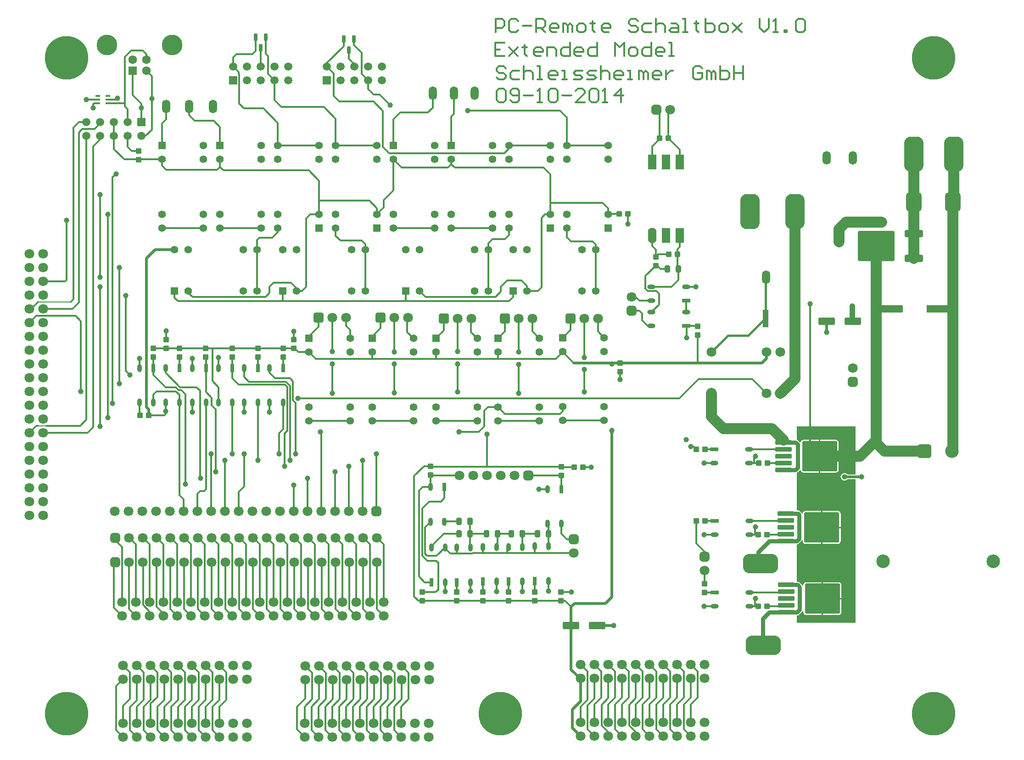
<source format=gtl>
%FSLAX44Y44*%
%MOMM*%
G71*
G01*
G75*
G04 Layer_Physical_Order=1*
G04 Layer_Color=255*
G04:AMPARAMS|DCode=10|XSize=1.1mm|YSize=1mm|CornerRadius=0.15mm|HoleSize=0mm|Usage=FLASHONLY|Rotation=0.000|XOffset=0mm|YOffset=0mm|HoleType=Round|Shape=RoundedRectangle|*
%AMROUNDEDRECTD10*
21,1,1.1000,0.7000,0,0,0.0*
21,1,0.8000,1.0000,0,0,0.0*
1,1,0.3000,0.4000,-0.3500*
1,1,0.3000,-0.4000,-0.3500*
1,1,0.3000,-0.4000,0.3500*
1,1,0.3000,0.4000,0.3500*
%
%ADD10ROUNDEDRECTD10*%
G04:AMPARAMS|DCode=11|XSize=1.1mm|YSize=1mm|CornerRadius=0.15mm|HoleSize=0mm|Usage=FLASHONLY|Rotation=270.000|XOffset=0mm|YOffset=0mm|HoleType=Round|Shape=RoundedRectangle|*
%AMROUNDEDRECTD11*
21,1,1.1000,0.7000,0,0,270.0*
21,1,0.8000,1.0000,0,0,270.0*
1,1,0.3000,-0.3500,-0.4000*
1,1,0.3000,-0.3500,0.4000*
1,1,0.3000,0.3500,0.4000*
1,1,0.3000,0.3500,-0.4000*
%
%ADD11ROUNDEDRECTD11*%
G04:AMPARAMS|DCode=12|XSize=1.4mm|YSize=3mm|CornerRadius=0.21mm|HoleSize=0mm|Usage=FLASHONLY|Rotation=270.000|XOffset=0mm|YOffset=0mm|HoleType=Round|Shape=RoundedRectangle|*
%AMROUNDEDRECTD12*
21,1,1.4000,2.5800,0,0,270.0*
21,1,0.9800,3.0000,0,0,270.0*
1,1,0.4200,-1.2900,-0.4900*
1,1,0.4200,-1.2900,0.4900*
1,1,0.4200,1.2900,0.4900*
1,1,0.4200,1.2900,-0.4900*
%
%ADD12ROUNDEDRECTD12*%
%ADD13O,0.8000X1.5000*%
%ADD14R,0.8000X1.5000*%
%ADD15O,1.5000X0.8000*%
%ADD16R,1.5000X0.8000*%
G04:AMPARAMS|DCode=17|XSize=0.35mm|YSize=0.9mm|CornerRadius=0.0525mm|HoleSize=0mm|Usage=FLASHONLY|Rotation=90.000|XOffset=0mm|YOffset=0mm|HoleType=Round|Shape=RoundedRectangle|*
%AMROUNDEDRECTD17*
21,1,0.3500,0.7950,0,0,90.0*
21,1,0.2450,0.9000,0,0,90.0*
1,1,0.1050,0.3975,0.1225*
1,1,0.1050,0.3975,-0.1225*
1,1,0.1050,-0.3975,-0.1225*
1,1,0.1050,-0.3975,0.1225*
%
%ADD17ROUNDEDRECTD17*%
G04:AMPARAMS|DCode=18|XSize=3.3mm|YSize=1.1mm|CornerRadius=0.165mm|HoleSize=0mm|Usage=FLASHONLY|Rotation=270.000|XOffset=0mm|YOffset=0mm|HoleType=Round|Shape=RoundedRectangle|*
%AMROUNDEDRECTD18*
21,1,3.3000,0.7700,0,0,270.0*
21,1,2.9700,1.1000,0,0,270.0*
1,1,0.3300,-0.3850,-1.4850*
1,1,0.3300,-0.3850,1.4850*
1,1,0.3300,0.3850,1.4850*
1,1,0.3300,0.3850,-1.4850*
%
%ADD18ROUNDEDRECTD18*%
G04:AMPARAMS|DCode=19|XSize=0.65mm|YSize=1.4mm|CornerRadius=0.0975mm|HoleSize=0mm|Usage=FLASHONLY|Rotation=0.000|XOffset=0mm|YOffset=0mm|HoleType=Round|Shape=RoundedRectangle|*
%AMROUNDEDRECTD19*
21,1,0.6500,1.2050,0,0,0.0*
21,1,0.4550,1.4000,0,0,0.0*
1,1,0.1950,0.2275,-0.6025*
1,1,0.1950,-0.2275,-0.6025*
1,1,0.1950,-0.2275,0.6025*
1,1,0.1950,0.2275,0.6025*
%
%ADD19ROUNDEDRECTD19*%
G04:AMPARAMS|DCode=20|XSize=2.7mm|YSize=1.6mm|CornerRadius=0.08mm|HoleSize=0mm|Usage=FLASHONLY|Rotation=90.000|XOffset=0mm|YOffset=0mm|HoleType=Round|Shape=RoundedRectangle|*
%AMROUNDEDRECTD20*
21,1,2.7000,1.4400,0,0,90.0*
21,1,2.5400,1.6000,0,0,90.0*
1,1,0.1600,0.7200,1.2700*
1,1,0.1600,0.7200,-1.2700*
1,1,0.1600,-0.7200,-1.2700*
1,1,0.1600,-0.7200,1.2700*
%
%ADD20ROUNDEDRECTD20*%
G04:AMPARAMS|DCode=21|XSize=2.7mm|YSize=1.6mm|CornerRadius=0mm|HoleSize=0mm|Usage=FLASHONLY|Rotation=90.000|XOffset=0mm|YOffset=0mm|HoleType=Round|Shape=Octagon|*
%AMOCTAGOND21*
4,1,8,0.4000,1.3500,-0.4000,1.3500,-0.8000,0.9500,-0.8000,-0.9500,-0.4000,-1.3500,0.4000,-1.3500,0.8000,-0.9500,0.8000,0.9500,0.4000,1.3500,0.0*
%
%ADD21OCTAGOND21*%

G04:AMPARAMS|DCode=22|XSize=0.9mm|YSize=3.05mm|CornerRadius=0.135mm|HoleSize=0mm|Usage=FLASHONLY|Rotation=90.000|XOffset=0mm|YOffset=0mm|HoleType=Round|Shape=RoundedRectangle|*
%AMROUNDEDRECTD22*
21,1,0.9000,2.7800,0,0,90.0*
21,1,0.6300,3.0500,0,0,90.0*
1,1,0.2700,1.3900,0.3150*
1,1,0.2700,1.3900,-0.3150*
1,1,0.2700,-1.3900,-0.3150*
1,1,0.2700,-1.3900,0.3150*
%
%ADD22ROUNDEDRECTD22*%
G04:AMPARAMS|DCode=23|XSize=5.55mm|YSize=6.5mm|CornerRadius=0.2775mm|HoleSize=0mm|Usage=FLASHONLY|Rotation=90.000|XOffset=0mm|YOffset=0mm|HoleType=Round|Shape=RoundedRectangle|*
%AMROUNDEDRECTD23*
21,1,5.5500,5.9450,0,0,90.0*
21,1,4.9950,6.5000,0,0,90.0*
1,1,0.5550,2.9725,2.4975*
1,1,0.5550,2.9725,-2.4975*
1,1,0.5550,-2.9725,-2.4975*
1,1,0.5550,-2.9725,2.4975*
%
%ADD23ROUNDEDRECTD23*%
G04:AMPARAMS|DCode=24|XSize=2.8mm|YSize=3.4mm|CornerRadius=0.42mm|HoleSize=0mm|Usage=FLASHONLY|Rotation=180.000|XOffset=0mm|YOffset=0mm|HoleType=Round|Shape=RoundedRectangle|*
%AMROUNDEDRECTD24*
21,1,2.8000,2.5600,0,0,180.0*
21,1,1.9600,3.4000,0,0,180.0*
1,1,0.8400,-0.9800,1.2800*
1,1,0.8400,0.9800,1.2800*
1,1,0.8400,0.9800,-1.2800*
1,1,0.8400,-0.9800,-1.2800*
%
%ADD24ROUNDEDRECTD24*%
G04:AMPARAMS|DCode=25|XSize=5.6mm|YSize=6.8mm|CornerRadius=0.28mm|HoleSize=0mm|Usage=FLASHONLY|Rotation=270.000|XOffset=0mm|YOffset=0mm|HoleType=Round|Shape=RoundedRectangle|*
%AMROUNDEDRECTD25*
21,1,5.6000,6.2400,0,0,270.0*
21,1,5.0400,6.8000,0,0,270.0*
1,1,0.5600,-3.1200,-2.5200*
1,1,0.5600,-3.1200,2.5200*
1,1,0.5600,3.1200,2.5200*
1,1,0.5600,3.1200,-2.5200*
%
%ADD25ROUNDEDRECTD25*%
G04:AMPARAMS|DCode=26|XSize=1.3mm|YSize=3.35mm|CornerRadius=0.195mm|HoleSize=0mm|Usage=FLASHONLY|Rotation=270.000|XOffset=0mm|YOffset=0mm|HoleType=Round|Shape=RoundedRectangle|*
%AMROUNDEDRECTD26*
21,1,1.3000,2.9600,0,0,270.0*
21,1,0.9100,3.3500,0,0,270.0*
1,1,0.3900,-1.4800,-0.4550*
1,1,0.3900,-1.4800,0.4550*
1,1,0.3900,1.4800,0.4550*
1,1,0.3900,1.4800,-0.4550*
%
%ADD26ROUNDEDRECTD26*%
G04:AMPARAMS|DCode=27|XSize=1.4mm|YSize=4.1mm|CornerRadius=0.21mm|HoleSize=0mm|Usage=FLASHONLY|Rotation=270.000|XOffset=0mm|YOffset=0mm|HoleType=Round|Shape=RoundedRectangle|*
%AMROUNDEDRECTD27*
21,1,1.4000,3.6800,0,0,270.0*
21,1,0.9800,4.1000,0,0,270.0*
1,1,0.4200,-1.8400,-0.4900*
1,1,0.4200,-1.8400,0.4900*
1,1,0.4200,1.8400,0.4900*
1,1,0.4200,1.8400,-0.4900*
%
%ADD27ROUNDEDRECTD27*%
G04:AMPARAMS|DCode=28|XSize=1.3mm|YSize=1mm|CornerRadius=0.15mm|HoleSize=0mm|Usage=FLASHONLY|Rotation=270.000|XOffset=0mm|YOffset=0mm|HoleType=Round|Shape=RoundedRectangle|*
%AMROUNDEDRECTD28*
21,1,1.3000,0.7000,0,0,270.0*
21,1,1.0000,1.0000,0,0,270.0*
1,1,0.3000,-0.3500,-0.5000*
1,1,0.3000,-0.3500,0.5000*
1,1,0.3000,0.3500,0.5000*
1,1,0.3000,0.3500,-0.5000*
%
%ADD28ROUNDEDRECTD28*%
%ADD29C,2.0000*%
%ADD30C,0.3000*%
%ADD31C,0.5000*%
%ADD32C,0.7500*%
%ADD33C,0.4000*%
%ADD34C,0.2000*%
%ADD35C,1.0000*%
%ADD36C,0.3100*%
%ADD37C,1.8000*%
G04:AMPARAMS|DCode=38|XSize=1.8mm|YSize=1.8mm|CornerRadius=0.27mm|HoleSize=0mm|Usage=FLASHONLY|Rotation=0.000|XOffset=0mm|YOffset=0mm|HoleType=Round|Shape=RoundedRectangle|*
%AMROUNDEDRECTD38*
21,1,1.8000,1.2600,0,0,0.0*
21,1,1.2600,1.8000,0,0,0.0*
1,1,0.5400,0.6300,-0.6300*
1,1,0.5400,-0.6300,-0.6300*
1,1,0.5400,-0.6300,0.6300*
1,1,0.5400,0.6300,0.6300*
%
%ADD38ROUNDEDRECTD38*%
%ADD39O,1.5000X2.5000*%
G04:AMPARAMS|DCode=40|XSize=1.8mm|YSize=1.8mm|CornerRadius=0.45mm|HoleSize=0mm|Usage=FLASHONLY|Rotation=90.000|XOffset=0mm|YOffset=0mm|HoleType=Round|Shape=RoundedRectangle|*
%AMROUNDEDRECTD40*
21,1,1.8000,0.9000,0,0,90.0*
21,1,0.9000,1.8000,0,0,90.0*
1,1,0.9000,0.4500,0.4500*
1,1,0.9000,0.4500,-0.4500*
1,1,0.9000,-0.4500,-0.4500*
1,1,0.9000,-0.4500,0.4500*
%
%ADD40ROUNDEDRECTD40*%
%ADD41C,2.5000*%
G04:AMPARAMS|DCode=42|XSize=2.5mm|YSize=2.5mm|CornerRadius=0.375mm|HoleSize=0mm|Usage=FLASHONLY|Rotation=180.000|XOffset=0mm|YOffset=0mm|HoleType=Round|Shape=RoundedRectangle|*
%AMROUNDEDRECTD42*
21,1,2.5000,1.7500,0,0,180.0*
21,1,1.7500,2.5000,0,0,180.0*
1,1,0.7500,-0.8750,0.8750*
1,1,0.7500,0.8750,0.8750*
1,1,0.7500,0.8750,-0.8750*
1,1,0.7500,-0.8750,-0.8750*
%
%ADD42ROUNDEDRECTD42*%
G04:AMPARAMS|DCode=43|XSize=1.8mm|YSize=1.8mm|CornerRadius=0.45mm|HoleSize=0mm|Usage=FLASHONLY|Rotation=180.000|XOffset=0mm|YOffset=0mm|HoleType=Round|Shape=RoundedRectangle|*
%AMROUNDEDRECTD43*
21,1,1.8000,0.9000,0,0,180.0*
21,1,0.9000,1.8000,0,0,180.0*
1,1,0.9000,-0.4500,0.4500*
1,1,0.9000,0.4500,0.4500*
1,1,0.9000,0.4500,-0.4500*
1,1,0.9000,-0.4500,-0.4500*
%
%ADD43ROUNDEDRECTD43*%
G04:AMPARAMS|DCode=44|XSize=6.5mm|YSize=3.6mm|CornerRadius=1.26mm|HoleSize=0mm|Usage=FLASHONLY|Rotation=180.000|XOffset=0mm|YOffset=0mm|HoleType=Round|Shape=RoundedRectangle|*
%AMROUNDEDRECTD44*
21,1,6.5000,1.0800,0,0,180.0*
21,1,3.9800,3.6000,0,0,180.0*
1,1,2.5200,-1.9900,0.5400*
1,1,2.5200,1.9900,0.5400*
1,1,2.5200,1.9900,-0.5400*
1,1,2.5200,-1.9900,-0.5400*
%
%ADD44ROUNDEDRECTD44*%
%ADD45R,1.5000X1.5000*%
%ADD46C,1.5000*%
%ADD47C,3.8000*%
%ADD48C,1.6000*%
%ADD49R,1.6000X1.6000*%
G04:AMPARAMS|DCode=50|XSize=1.4mm|YSize=1.4mm|CornerRadius=0.21mm|HoleSize=0mm|Usage=FLASHONLY|Rotation=0.000|XOffset=0mm|YOffset=0mm|HoleType=Round|Shape=RoundedRectangle|*
%AMROUNDEDRECTD50*
21,1,1.4000,0.9800,0,0,0.0*
21,1,0.9800,1.4000,0,0,0.0*
1,1,0.4200,0.4900,-0.4900*
1,1,0.4200,-0.4900,-0.4900*
1,1,0.4200,-0.4900,0.4900*
1,1,0.4200,0.4900,0.4900*
%
%ADD50ROUNDEDRECTD50*%
%ADD51C,1.4000*%
G04:AMPARAMS|DCode=52|XSize=6.5mm|YSize=3.6mm|CornerRadius=1.26mm|HoleSize=0mm|Usage=FLASHONLY|Rotation=270.000|XOffset=0mm|YOffset=0mm|HoleType=Round|Shape=RoundedRectangle|*
%AMROUNDEDRECTD52*
21,1,6.5000,1.0800,0,0,270.0*
21,1,3.9800,3.6000,0,0,270.0*
1,1,2.5200,-0.5400,-1.9900*
1,1,2.5200,-0.5400,1.9900*
1,1,2.5200,0.5400,1.9900*
1,1,2.5200,0.5400,-1.9900*
%
%ADD52ROUNDEDRECTD52*%
G04:AMPARAMS|DCode=53|XSize=1.4mm|YSize=1.4mm|CornerRadius=0.21mm|HoleSize=0mm|Usage=FLASHONLY|Rotation=90.000|XOffset=0mm|YOffset=0mm|HoleType=Round|Shape=RoundedRectangle|*
%AMROUNDEDRECTD53*
21,1,1.4000,0.9800,0,0,90.0*
21,1,0.9800,1.4000,0,0,90.0*
1,1,0.4200,0.4900,0.4900*
1,1,0.4200,0.4900,-0.4900*
1,1,0.4200,-0.4900,-0.4900*
1,1,0.4200,-0.4900,0.4900*
%
%ADD53ROUNDEDRECTD53*%
%ADD54C,8.0000*%
%ADD55C,1.0000*%
%ADD56C,1.7000*%
G36*
X1593850Y534178D02*
X1578833D01*
X1578522Y534582D01*
X1577060Y535704D01*
X1575357Y536410D01*
X1573530Y536650D01*
X1571703Y536410D01*
X1570000Y535704D01*
X1568538Y534582D01*
X1567415Y533120D01*
X1566710Y531417D01*
X1566470Y529590D01*
X1566710Y527763D01*
X1567415Y526060D01*
X1568538Y524598D01*
X1570000Y523475D01*
X1571703Y522770D01*
X1573530Y522530D01*
X1575357Y522770D01*
X1577060Y523475D01*
X1578522Y524598D01*
X1578833Y525002D01*
X1593850D01*
Y260350D01*
X1485900D01*
Y273537D01*
X1488143Y273984D01*
X1490045Y275254D01*
X1495125Y280334D01*
X1496396Y282236D01*
X1497616Y281994D01*
Y279825D01*
X1498028Y277751D01*
X1499203Y275993D01*
X1500961Y274818D01*
X1503035Y274406D01*
X1531490D01*
Y304800D01*
Y335194D01*
X1503035D01*
X1500961Y334782D01*
X1499203Y333607D01*
X1498028Y331849D01*
X1497616Y329775D01*
Y328876D01*
X1496396Y328634D01*
X1495125Y330536D01*
X1491315Y334346D01*
X1489413Y335616D01*
X1487170Y336063D01*
X1485900D01*
Y405109D01*
X1487509Y405429D01*
X1489411Y406699D01*
X1493855Y411144D01*
X1495126Y413046D01*
X1496346Y412804D01*
Y411270D01*
X1496758Y409196D01*
X1497933Y407438D01*
X1499691Y406263D01*
X1501765Y405851D01*
X1530220D01*
Y436245D01*
Y466639D01*
X1501765D01*
X1499691Y466227D01*
X1497933Y465052D01*
X1496758Y463294D01*
X1496447Y461729D01*
X1495177D01*
X1495126Y461983D01*
X1493855Y463885D01*
X1491951Y465790D01*
X1490049Y467061D01*
X1487805Y467508D01*
X1485900D01*
Y537072D01*
X1487505Y538144D01*
X1491315Y541954D01*
X1491451Y542157D01*
X1492696Y541909D01*
X1492948Y540641D01*
X1494123Y538883D01*
X1495881Y537708D01*
X1497955Y537296D01*
X1526410D01*
Y567690D01*
Y598084D01*
X1497955D01*
X1495881Y597672D01*
X1494123Y596497D01*
X1492948Y594739D01*
X1492696Y593471D01*
X1491451Y593223D01*
X1491315Y593425D01*
X1487505Y597235D01*
X1485900Y598308D01*
Y622300D01*
X1593850D01*
Y534178D01*
D02*
G37*
%LPC*%
G36*
X1566634Y434975D02*
X1532760D01*
Y405851D01*
X1561215D01*
X1563289Y406263D01*
X1565047Y407438D01*
X1566222Y409196D01*
X1566634Y411270D01*
Y434975D01*
D02*
G37*
G36*
X1567904Y303530D02*
X1534030D01*
Y274406D01*
X1562485D01*
X1564559Y274818D01*
X1566317Y275993D01*
X1567492Y277751D01*
X1567904Y279825D01*
Y303530D01*
D02*
G37*
G36*
X1562485Y335194D02*
X1534030D01*
Y306070D01*
X1567904D01*
Y329775D01*
X1567492Y331849D01*
X1566317Y333607D01*
X1564559Y334782D01*
X1562485Y335194D01*
D02*
G37*
G36*
X1557405Y598084D02*
X1528950D01*
Y568960D01*
X1562824D01*
Y592665D01*
X1562412Y594739D01*
X1561237Y596497D01*
X1559479Y597672D01*
X1557405Y598084D01*
D02*
G37*
G36*
X1562824Y566420D02*
X1528950D01*
Y537296D01*
X1557405D01*
X1559479Y537708D01*
X1561237Y538883D01*
X1562412Y540641D01*
X1562824Y542715D01*
Y566420D01*
D02*
G37*
G36*
X1561215Y466639D02*
X1532760D01*
Y437515D01*
X1566634D01*
Y461220D01*
X1566222Y463294D01*
X1565047Y465052D01*
X1563289Y466227D01*
X1561215Y466639D01*
D02*
G37*
%LPD*%
D10*
X1159510Y723520D02*
D03*
Y739520D02*
D03*
X1050290Y300610D02*
D03*
Y316610D02*
D03*
X322580Y766700D02*
D03*
Y782700D02*
D03*
X557530Y766700D02*
D03*
Y782700D02*
D03*
X271780Y1114680D02*
D03*
Y1130680D02*
D03*
X1315720Y315850D02*
D03*
Y331850D02*
D03*
X346710Y750190D02*
D03*
Y766190D02*
D03*
X1225550Y935100D02*
D03*
Y919100D02*
D03*
X444500Y750190D02*
D03*
Y766190D02*
D03*
X1051560Y531750D02*
D03*
Y547750D02*
D03*
X394970Y750190D02*
D03*
Y766190D02*
D03*
X810260Y533020D02*
D03*
Y549020D02*
D03*
X795020Y316610D02*
D03*
Y300610D02*
D03*
X1303020Y806830D02*
D03*
Y790830D02*
D03*
X538480Y750190D02*
D03*
Y766190D02*
D03*
X298450Y750190D02*
D03*
Y766190D02*
D03*
X491490Y750190D02*
D03*
Y766190D02*
D03*
X1002030Y300610D02*
D03*
Y316610D02*
D03*
X953770Y300610D02*
D03*
Y316610D02*
D03*
X906780Y300610D02*
D03*
Y316610D02*
D03*
X858520Y300610D02*
D03*
Y316610D02*
D03*
D11*
X1075310Y547370D02*
D03*
X1091310D02*
D03*
X1157860Y1014730D02*
D03*
X1173860D02*
D03*
X1316100Y448310D02*
D03*
X1300100D02*
D03*
X1316100Y580390D02*
D03*
X1300100D02*
D03*
X1414400Y422910D02*
D03*
X1430400D02*
D03*
X1414400Y290830D02*
D03*
X1430400D02*
D03*
X1248790Y1154430D02*
D03*
X1232790D02*
D03*
X1265300Y939800D02*
D03*
X1249300D02*
D03*
X289940Y642620D02*
D03*
X273940D02*
D03*
X1415670Y554990D02*
D03*
X1431670D02*
D03*
D12*
X1069470Y255270D02*
D03*
X1117470D02*
D03*
X1588640Y816610D02*
D03*
X1540640D02*
D03*
D13*
X273050Y666500D02*
D03*
X298450D02*
D03*
X273050Y730500D02*
D03*
X321310Y666500D02*
D03*
X346710D02*
D03*
X321310Y730500D02*
D03*
X466090Y666500D02*
D03*
X491490D02*
D03*
X466090Y730500D02*
D03*
X513080Y666500D02*
D03*
X538480D02*
D03*
X513080Y730500D02*
D03*
X419100D02*
D03*
X444500Y666500D02*
D03*
X419100D02*
D03*
X1026160Y506980D02*
D03*
X1051560Y442980D02*
D03*
X1026160D02*
D03*
X1027430Y337570D02*
D03*
X1002030Y401570D02*
D03*
X1027430D02*
D03*
X370840Y730500D02*
D03*
X396240Y666500D02*
D03*
X370840D02*
D03*
X979170Y336300D02*
D03*
X953770Y400300D02*
D03*
X979170D02*
D03*
X932180Y336300D02*
D03*
X906780Y400300D02*
D03*
X932180D02*
D03*
X883920Y335030D02*
D03*
X858520Y399030D02*
D03*
X883920D02*
D03*
X810260Y510790D02*
D03*
X835660Y446790D02*
D03*
X810260D02*
D03*
X836930Y335030D02*
D03*
X811530Y399030D02*
D03*
X836930D02*
D03*
D14*
X298450Y730500D02*
D03*
X346710D02*
D03*
X491490D02*
D03*
X538480D02*
D03*
X444500D02*
D03*
X1051560Y506980D02*
D03*
X1002030Y337570D02*
D03*
X396240Y730500D02*
D03*
X953770Y336300D02*
D03*
X906780D02*
D03*
X858520Y335030D02*
D03*
X835660Y510790D02*
D03*
X811530Y335030D02*
D03*
D15*
X1397250Y554990D02*
D03*
Y580390D02*
D03*
X1333250Y554990D02*
D03*
X1398520Y290830D02*
D03*
Y316230D02*
D03*
X1334520Y290830D02*
D03*
X1398520Y422910D02*
D03*
Y448310D02*
D03*
X1334520Y422910D02*
D03*
X1281680Y833120D02*
D03*
X1217680Y807720D02*
D03*
Y833120D02*
D03*
X1281680Y880110D02*
D03*
X1217680Y854710D02*
D03*
Y880110D02*
D03*
D16*
X1333250Y580390D02*
D03*
X1334520Y316230D02*
D03*
Y448310D02*
D03*
X1281680Y807720D02*
D03*
Y854710D02*
D03*
D17*
X215240Y1232050D02*
D03*
Y1225550D02*
D03*
Y1219050D02*
D03*
X196240D02*
D03*
Y1225550D02*
D03*
Y1232050D02*
D03*
D18*
X1428190Y821690D02*
D03*
X1485190D02*
D03*
D19*
X659130Y1317150D02*
D03*
X649630Y1337150D02*
D03*
X668630D02*
D03*
X496570Y1320960D02*
D03*
X487070Y1340960D02*
D03*
X506070D02*
D03*
D20*
X1270000Y975170D02*
D03*
Y1110170D02*
D03*
X1219200D02*
D03*
X1244600D02*
D03*
Y975170D02*
D03*
D21*
X1219200D02*
D03*
D22*
X1466260Y304750D02*
D03*
Y279400D02*
D03*
Y317500D02*
D03*
Y292100D02*
D03*
Y330200D02*
D03*
X1464990Y436195D02*
D03*
Y410845D02*
D03*
Y448945D02*
D03*
Y423545D02*
D03*
Y461645D02*
D03*
X1461180Y593090D02*
D03*
Y554990D02*
D03*
Y580390D02*
D03*
Y542290D02*
D03*
Y567640D02*
D03*
D23*
X1532760Y304800D02*
D03*
X1531490Y436245D02*
D03*
X1527680Y567690D02*
D03*
D24*
X1701360Y1036320D02*
D03*
X1773360D02*
D03*
D25*
X1632080Y955040D02*
D03*
D26*
X1701580Y977940D02*
D03*
Y932140D02*
D03*
D27*
X1745570Y839470D02*
D03*
X1660570D02*
D03*
D28*
X1247300Y913130D02*
D03*
X1267300D02*
D03*
X1027270Y424180D02*
D03*
X1007270D02*
D03*
X979010D02*
D03*
X959010D02*
D03*
X933290D02*
D03*
X913290D02*
D03*
X882490Y447040D02*
D03*
X862490D02*
D03*
X882490Y424180D02*
D03*
X862490D02*
D03*
D29*
X1576070Y999490D02*
X1642110D01*
X1563370Y986790D02*
X1576070Y999490D01*
X1773360D02*
Y1036320D01*
Y575310D02*
Y999490D01*
X1563370Y962660D02*
Y986790D01*
X1701360Y932360D02*
Y1036320D01*
X1482090Y709930D02*
Y1018540D01*
X1455420Y683260D02*
X1482090Y709930D01*
X1328420Y640080D02*
Y683260D01*
Y640080D02*
X1350010Y618490D01*
X1439580D01*
X1461180Y596890D01*
X1701360Y1123900D02*
X1701800Y1124340D01*
X1701360Y1036320D02*
Y1123900D01*
Y932360D02*
X1701580Y932140D01*
X1775460Y1038420D02*
Y1124340D01*
X1632080Y774570D02*
Y955040D01*
X1527680Y567690D02*
X1602740D01*
X1631950Y596900D01*
Y774700D01*
Y591820D02*
Y596900D01*
Y591820D02*
X1647190Y576580D01*
X1720850D01*
D30*
X1334400Y316350D02*
X1334520Y316230D01*
X1315720Y316350D02*
X1334400D01*
X1315720Y331350D02*
X1315720Y331350D01*
Y356870D01*
Y382270D02*
Y391400D01*
X1300600Y406520D02*
X1315720Y391400D01*
X1300600Y406520D02*
Y448310D01*
X756920Y180340D02*
X769620Y167640D01*
Y119380D02*
Y167640D01*
X755650Y105410D02*
X769620Y119380D01*
X755650Y74930D02*
Y105410D01*
X756920Y119380D02*
Y154940D01*
X742950Y105410D02*
X756920Y119380D01*
X742950Y62230D02*
Y105410D01*
Y62230D02*
X755650Y49530D01*
X731520Y180340D02*
X744220Y167640D01*
Y119380D02*
Y167640D01*
X730250Y105410D02*
X744220Y119380D01*
X730250Y74930D02*
Y105410D01*
X731520Y119380D02*
Y154940D01*
X717550Y105410D02*
X731520Y119380D01*
X717550Y62230D02*
Y105410D01*
Y62230D02*
X730250Y49530D01*
X706120Y180340D02*
X718820Y167640D01*
Y119380D02*
Y167640D01*
X704850Y105410D02*
X718820Y119380D01*
X704850Y74930D02*
Y105410D01*
X706120Y119380D02*
Y154940D01*
X692150Y105410D02*
X706120Y119380D01*
X692150Y62230D02*
Y105410D01*
Y62230D02*
X704850Y49530D01*
X680720Y180340D02*
X693420Y167640D01*
Y119380D02*
Y167640D01*
X679450Y105410D02*
X693420Y119380D01*
X679450Y74930D02*
Y105410D01*
X680720Y119380D02*
Y154940D01*
X666750Y105410D02*
X680720Y119380D01*
X666750Y62230D02*
Y105410D01*
Y62230D02*
X679450Y49530D01*
X655320Y180340D02*
X668020Y167640D01*
Y119380D02*
Y167640D01*
X654050Y105410D02*
X668020Y119380D01*
X654050Y74930D02*
Y105410D01*
X655320Y119380D02*
Y154940D01*
X641350Y105410D02*
X655320Y119380D01*
X641350Y62230D02*
Y105410D01*
Y62230D02*
X654050Y49530D01*
X629920Y180340D02*
X642620Y167640D01*
Y119380D02*
Y167640D01*
X628650Y105410D02*
X642620Y119380D01*
X628650Y74930D02*
Y105410D01*
X629920Y119380D02*
Y154940D01*
X615950Y105410D02*
X629920Y119380D01*
X615950Y62230D02*
Y105410D01*
Y62230D02*
X628650Y49530D01*
X604520Y180340D02*
X617220Y167640D01*
Y119380D02*
Y167640D01*
X603250Y105410D02*
X617220Y119380D01*
X603250Y74930D02*
Y105410D01*
X604520Y119380D02*
Y154940D01*
X590550Y105410D02*
X604520Y119380D01*
X590550Y62230D02*
Y105410D01*
Y62230D02*
X603250Y49530D01*
X579120Y180340D02*
X591820Y167640D01*
Y119380D02*
Y167640D01*
X577850Y105410D02*
X591820Y119380D01*
X577850Y74930D02*
Y105410D01*
X579120Y120650D02*
Y154940D01*
X563880Y105410D02*
X579120Y120650D01*
X563880Y63500D02*
Y105410D01*
Y63500D02*
X577850Y49530D01*
X420370Y181610D02*
X433070Y168910D01*
Y118110D02*
Y168910D01*
X420370Y105410D02*
X433070Y118110D01*
X420370Y74930D02*
Y105410D01*
Y118110D02*
Y156210D01*
X407670Y105410D02*
X420370Y118110D01*
X407670Y62230D02*
Y105410D01*
Y62230D02*
X420370Y49530D01*
X394970Y181610D02*
X407670Y168910D01*
Y118110D02*
Y168910D01*
X394970Y105410D02*
X407670Y118110D01*
X394970Y74930D02*
Y105410D01*
Y118110D02*
Y156210D01*
X382270Y105410D02*
X394970Y118110D01*
X382270Y62230D02*
Y105410D01*
Y62230D02*
X394970Y49530D01*
X369570Y181610D02*
X382270Y168910D01*
Y118110D02*
Y168910D01*
X369570Y105410D02*
X382270Y118110D01*
X369570Y74930D02*
Y105410D01*
Y118110D02*
Y156210D01*
X356870Y105410D02*
X369570Y118110D01*
X356870Y62230D02*
Y105410D01*
Y62230D02*
X369570Y49530D01*
X344170Y181610D02*
X356870Y168910D01*
Y118110D02*
Y168910D01*
X344170Y105410D02*
X356870Y118110D01*
X344170Y74930D02*
Y105410D01*
Y118110D02*
Y156210D01*
X331470Y105410D02*
X344170Y118110D01*
X331470Y62230D02*
Y105410D01*
Y62230D02*
X344170Y49530D01*
X318770Y181610D02*
X331470Y168910D01*
Y118110D02*
Y168910D01*
X318770Y105410D02*
X331470Y118110D01*
X318770Y74930D02*
Y105410D01*
Y118110D02*
Y156210D01*
X306070Y105410D02*
X318770Y118110D01*
X306070Y62230D02*
Y105410D01*
Y62230D02*
X318770Y49530D01*
X293370Y181610D02*
X305870Y169110D01*
Y123539D02*
Y169110D01*
X293370Y111039D02*
X305870Y123539D01*
X293370Y74930D02*
Y111039D01*
Y118110D02*
Y156210D01*
X280670Y105410D02*
X293370Y118110D01*
X280670Y62230D02*
Y105410D01*
Y62230D02*
X293370Y49530D01*
X267970Y181610D02*
X280670Y168910D01*
Y118110D02*
Y168910D01*
X267970Y105410D02*
X280670Y118110D01*
X267970Y74930D02*
Y105410D01*
X242570Y181610D02*
X255270Y168910D01*
Y119380D02*
Y168910D01*
X242570Y106680D02*
X255270Y119380D01*
X242570Y74930D02*
Y106680D01*
X267970Y116840D02*
Y156210D01*
X255270Y104140D02*
X267970Y116840D01*
X255270Y62230D02*
Y104140D01*
Y62230D02*
X267970Y49530D01*
X229870Y143510D02*
X242570Y156210D01*
X229870Y62230D02*
Y143510D01*
Y62230D02*
X242570Y49530D01*
X513080Y648970D02*
Y666500D01*
X466090Y648970D02*
Y666500D01*
X273050Y730500D02*
Y748030D01*
X419100Y730500D02*
Y749300D01*
X370840Y730500D02*
Y748030D01*
X1290320Y585470D02*
X1295520D01*
X1700090Y1035050D02*
X1701360Y1036320D01*
X358140Y515620D02*
Y681990D01*
X384810Y527050D02*
Y688340D01*
X582930Y466090D02*
Y529590D01*
X466090Y511810D02*
Y571500D01*
X557530Y466090D02*
Y514350D01*
X414020Y538480D02*
Y654050D01*
X406513Y661556D02*
X414020Y654050D01*
X406513Y661556D02*
Y675527D01*
X419100Y666500D02*
Y694690D01*
X407670Y706120D02*
X419100Y694690D01*
X396240Y685800D02*
X406513Y675527D01*
X405130Y466090D02*
Y571500D01*
X379730Y466090D02*
Y497840D01*
X384810Y502920D01*
X392430D01*
X396240Y506730D01*
X354330Y466090D02*
Y487680D01*
X346710Y495300D02*
X354330Y487680D01*
X346710Y495300D02*
Y666500D01*
X350440Y689690D02*
X358140Y681990D01*
X344811Y689690D02*
X350440D01*
X339811Y694690D02*
X344811Y689690D01*
X321310Y694690D02*
X339811D01*
X298450Y717550D02*
X321310Y694690D01*
X298450Y717550D02*
Y730500D01*
X378460Y694690D02*
X384810Y688340D01*
X347980Y694690D02*
X378460D01*
X396240Y685800D02*
Y730500D01*
X407670Y766190D02*
X444500D01*
X394970D02*
X407670D01*
Y706120D02*
Y766190D01*
X321310Y721360D02*
X347980Y694690D01*
X321310Y721360D02*
Y730500D01*
X396240Y506730D02*
Y666500D01*
X444500Y571500D02*
Y666500D01*
X491490Y560070D02*
Y666500D01*
X530860Y571500D02*
Y609600D01*
X538480Y617220D01*
Y666500D01*
X633730Y466090D02*
Y538480D01*
X659130Y466090D02*
Y548640D01*
X684530Y466090D02*
Y560070D01*
X709930Y466090D02*
Y571500D01*
X556450Y670649D02*
X561340Y665759D01*
Y571500D02*
Y665759D01*
X551180Y711200D02*
X556450Y705930D01*
Y670649D02*
Y705930D01*
X541569Y699770D02*
X545980Y695359D01*
X543560Y704850D02*
X550980Y697430D01*
Y560070D02*
Y697430D01*
X541020Y609600D02*
X545980Y614560D01*
Y695359D01*
X541020Y548640D02*
Y609600D01*
X608330Y466090D02*
Y610870D01*
X607060Y612140D02*
X608330Y610870D01*
X863600Y615950D02*
X867410Y612140D01*
X909320Y622300D02*
Y651510D01*
X899160Y612140D02*
X909320Y622300D01*
X867410Y612140D02*
X899160D01*
X909320Y651510D02*
X915670Y657860D01*
X934720D01*
X914400Y548640D02*
Y608330D01*
X430530Y466090D02*
Y560070D01*
X455930Y501650D02*
X466090Y511810D01*
X455930Y466090D02*
Y501650D01*
Y699770D02*
X541569D01*
X444500Y711200D02*
X455930Y699770D01*
X444500Y711200D02*
Y730500D01*
X474980Y704850D02*
X543560D01*
X466090Y713740D02*
X474980Y704850D01*
X466090Y713740D02*
Y730500D01*
X523240Y711200D02*
X551180D01*
X513080Y721360D02*
X523240Y711200D01*
X513080Y721360D02*
Y730500D01*
X298450Y750190D02*
X298450Y750190D01*
Y730500D02*
Y750190D01*
X346710Y750190D02*
X346710Y750190D01*
Y730500D02*
Y750190D01*
X394970Y750190D02*
X396240Y748920D01*
Y730500D02*
Y748920D01*
X444500Y750190D02*
X444500Y750190D01*
Y730500D02*
Y750190D01*
X491490Y750190D02*
X491490Y750190D01*
Y730500D02*
Y750190D01*
X538480Y730500D02*
X538480Y730500D01*
X538480Y730500D02*
Y750190D01*
X566420Y759460D02*
X585470D01*
X559690Y766190D02*
X566420Y759460D01*
X538480Y766190D02*
X559690D01*
X491490D02*
X538480D01*
X444500D02*
X491490D01*
X346710D02*
X394970D01*
X298450D02*
X346710D01*
X321310Y645160D02*
Y666500D01*
X370840Y652780D02*
Y666500D01*
X346710D02*
Y680720D01*
X340360Y687070D02*
X346710Y680720D01*
X304800Y687070D02*
X340360D01*
X298450Y680720D02*
X304800Y687070D01*
X298450Y666500D02*
Y680720D01*
X1051560Y506980D02*
X1051560Y506980D01*
X1051560Y506980D02*
Y531750D01*
X1026160Y442980D02*
X1027270Y441870D01*
Y424180D02*
Y441870D01*
X820420Y374650D02*
X824230Y370840D01*
X803910Y374650D02*
X820420D01*
X795020Y383540D02*
X803910Y374650D01*
X824230Y321310D02*
Y370840D01*
X795020Y383540D02*
Y471170D01*
X810260Y510790D02*
X810260Y510790D01*
X810260Y510790D02*
Y533020D01*
X835660Y490220D02*
Y510790D01*
X829310Y483870D02*
X835660Y490220D01*
X807720Y483870D02*
X829310D01*
X795020Y471170D02*
X807720Y483870D01*
X819530Y316610D02*
X824230Y321310D01*
X795020Y316610D02*
X819530D01*
X799080Y335030D02*
X811530D01*
X788670Y345440D02*
X799080Y335030D01*
X788670Y345440D02*
Y504190D01*
X795270Y510790D01*
X810260D01*
X795020Y300610D02*
X858520D01*
X953770D02*
X1002030D01*
X906780D02*
X953770D01*
X858520D02*
X906780D01*
X858520Y316610D02*
X858520Y316610D01*
Y335030D01*
X906780Y316610D02*
X906780Y316610D01*
Y336300D01*
X953770Y316610D02*
X953770Y316610D01*
Y336300D01*
X1002030Y316610D02*
X1002030Y316610D01*
Y337570D01*
X1027430Y318770D02*
Y337570D01*
X821440Y383540D02*
X836930Y399030D01*
X803910Y383540D02*
X821440D01*
X800100Y387350D02*
X803910Y383540D01*
X800100Y387350D02*
Y436630D01*
X810260Y446790D01*
X835660D02*
X835910Y447040D01*
X862490D01*
X811530Y399030D02*
Y401320D01*
X834390Y424180D01*
X862490D01*
X951230Y388620D02*
X1002030D01*
X905510D02*
X951230D01*
Y397760D01*
X953770Y400300D01*
X887617Y388620D02*
X905510D01*
X906780Y389890D01*
Y400300D01*
X857250Y388030D02*
X887027D01*
X846500D02*
X857250D01*
X858520Y389300D01*
Y399030D01*
X836930Y397600D02*
Y399030D01*
Y397600D02*
X846500Y388030D01*
X887027D02*
X887617Y388620D01*
X1002030D02*
Y401570D01*
X882490Y400460D02*
Y424180D01*
Y447040D01*
Y400460D02*
X883920Y399030D01*
X882490Y424180D02*
X913290D01*
X932180Y400300D02*
X933290Y401410D01*
Y424180D01*
X959010D01*
X979010Y400460D02*
X979170Y400300D01*
X979010Y400460D02*
Y424180D01*
X1007270D01*
X1027270Y401730D02*
X1027430Y401570D01*
X1027270Y401730D02*
Y424180D01*
X1302130Y807720D02*
X1303020Y806830D01*
X1281680Y807720D02*
X1302130D01*
X1281680D02*
X1282700Y806700D01*
Y786130D02*
Y806700D01*
X1303020Y739140D02*
Y790830D01*
X1295520Y585470D02*
X1300600Y580390D01*
X289940Y642620D02*
X318770D01*
X321310Y645160D01*
X273050Y643510D02*
X273940Y642620D01*
X273050Y643510D02*
Y666500D01*
X1217680Y880110D02*
X1254760D01*
X1267300Y892650D01*
X1206500Y900050D02*
X1225550Y919100D01*
X1206500Y876300D02*
Y900050D01*
Y876300D02*
X1210310Y872490D01*
X1226820D01*
X1231900Y867410D01*
Y847340D02*
Y867410D01*
X1217680Y833120D02*
X1231900Y847340D01*
X1281680Y833120D02*
Y854710D01*
X1195070D02*
X1217680D01*
X1188720Y861060D02*
X1195070Y854710D01*
X1181100Y861060D02*
X1188720D01*
X1181100Y835660D02*
X1195070D01*
X1200150Y830580D01*
Y817880D02*
Y830580D01*
Y817880D02*
X1210310Y807720D01*
X1217680D01*
X1267300Y892650D02*
Y913130D01*
X1265300Y915130D02*
X1267300Y913130D01*
X1265300Y915130D02*
Y939800D01*
X1234440Y913130D02*
X1247300D01*
X1228470Y919100D02*
X1234440Y913130D01*
X1225550Y919100D02*
X1228470D01*
X1230250Y939800D02*
X1249300D01*
X1225550Y935100D02*
X1230250Y939800D01*
X1265300D02*
Y949070D01*
X1270000Y953770D01*
Y975170D01*
X1225550Y935100D02*
Y948690D01*
X1219200Y955040D02*
X1225550Y948690D01*
X1219200Y955040D02*
Y975170D01*
X1270000Y1110170D02*
Y1133220D01*
X1248790Y1154430D02*
X1270000Y1133220D01*
X1219200Y1110170D02*
Y1139190D01*
X1232790Y1152780D01*
Y1154430D01*
X1054100Y650240D02*
Y659130D01*
X1049020Y645160D02*
X1054100Y650240D01*
X947420Y645160D02*
X1049020D01*
X934720Y657860D02*
X947420Y645160D01*
X1054100Y633730D02*
X1130300D01*
X934720Y632460D02*
X1010920D01*
X934720Y746760D02*
X1041400D01*
X819785D02*
X934720D01*
Y759460D01*
X742950D02*
Y822960D01*
X702310Y632460D02*
X778510D01*
X1464355Y448310D02*
X1464355Y448310D01*
X1398520Y448310D02*
X1464355D01*
X1268690Y674170D02*
X1304450Y709930D01*
X564950Y674170D02*
X1268690D01*
X1403350Y709930D02*
X1430020Y683260D01*
X1315600Y580390D02*
X1315600Y580390D01*
X1333250D01*
X1334520Y448310D02*
X1334520Y448310D01*
X1315600Y448310D02*
X1334520D01*
X1408430Y290830D02*
X1414900D01*
X1398520D02*
X1408430D01*
Y302260D01*
Y422910D02*
X1414900D01*
X1398520D02*
X1408430D01*
X1407160Y554990D02*
X1414900D01*
X1397250D02*
X1407160D01*
X1464355Y448310D02*
X1464990Y448945D01*
X1464355Y422910D02*
X1464990Y423545D01*
X1459910Y579120D02*
X1461180Y580390D01*
X1466260Y292100D02*
X1466260Y292100D01*
X962660Y861060D02*
Y872490D01*
X955040Y853440D02*
X962660Y861060D01*
X337820Y859790D02*
X344170Y853440D01*
X337820Y859790D02*
Y872490D01*
X537210Y854710D02*
Y872490D01*
X535940Y853440D02*
X537210Y854710D01*
X344170Y853440D02*
X535940D01*
X764540D02*
Y872490D01*
X535940Y853440D02*
X764540D01*
X955040D01*
X490220Y872490D02*
Y948690D01*
X689610Y872490D02*
Y948690D01*
X916940Y872490D02*
Y948690D01*
X1115060Y872490D02*
Y948690D01*
X314960Y988060D02*
X391160D01*
X421640D02*
X497840D01*
X528320Y1140460D02*
X604520D01*
X635000D02*
X711200D01*
X741680Y988060D02*
X817880D01*
X848360D02*
X924560D01*
X955040Y1140460D02*
X1031240D01*
X1061720D02*
X1137920D01*
X1061720Y971550D02*
Y988060D01*
Y971550D02*
X1069340Y963930D01*
X1108710D01*
X1115060Y957580D01*
Y948690D02*
Y957580D01*
X635000Y974090D02*
Y988060D01*
Y974090D02*
X643890Y965200D01*
X683260D01*
X689610Y958850D01*
Y948690D02*
Y958850D01*
X490220Y948690D02*
Y966470D01*
X494030Y970280D01*
X518160D01*
X528320Y980440D01*
Y988060D01*
X916940Y948690D02*
Y960120D01*
X924560Y967740D01*
X947420D01*
X955040Y975360D01*
Y988060D01*
X314960Y1103630D02*
Y1115060D01*
Y1103630D02*
X322580Y1096010D01*
X416560D01*
X421640Y1101090D01*
Y1115060D01*
X988060Y872490D02*
X1008380D01*
X1014730Y878840D01*
Y1007110D01*
X1021080Y1013460D01*
X1031240D01*
X1137920D02*
Y1024890D01*
X1127760Y1035050D02*
X1137920Y1024890D01*
X1031240Y1035050D02*
X1127760D01*
X1031240Y1013460D02*
Y1035050D01*
X588010Y1013460D02*
X604520D01*
X580390Y1005840D02*
X588010Y1013460D01*
X580390Y880110D02*
Y1005840D01*
X572770Y872490D02*
X580390Y880110D01*
X562610Y872490D02*
X572770D01*
X711200Y1013460D02*
Y1024890D01*
X697230Y1038860D02*
X711200Y1024890D01*
X604520Y1038860D02*
X697230D01*
X604520Y1013460D02*
Y1038860D01*
X741680Y1115060D02*
X756920Y1099820D01*
X842010D01*
X848360Y1106170D01*
Y1115060D01*
X741680Y1057910D02*
Y1115060D01*
X723900Y1040130D02*
X741680Y1057910D01*
X723900Y1026160D02*
Y1040130D01*
X711200Y1013460D02*
X723900Y1026160D01*
X421640Y1101090D02*
X427990Y1094740D01*
X585470D01*
X604520Y1075690D01*
Y1038860D02*
Y1075690D01*
X848360Y1106170D02*
X854710Y1099820D01*
X1018540D01*
X1031240Y1087120D01*
Y1035050D02*
Y1087120D01*
X930030Y861450D02*
X939800Y871220D01*
X800980Y861450D02*
X930030D01*
X562610Y872490D02*
Y877570D01*
X552450Y887730D02*
X562610Y877570D01*
X520700Y887730D02*
X552450D01*
X513080Y880110D02*
X520700Y887730D01*
X513080Y868680D02*
Y880110D01*
X505850Y861450D02*
X513080Y868680D01*
X371230Y861450D02*
X505850D01*
X363220Y869460D02*
X371230Y861450D01*
X363220Y869460D02*
Y872490D01*
X789940D02*
X800980Y861450D01*
X977900Y891540D02*
X988060Y881380D01*
Y872490D02*
Y881380D01*
X939800Y871220D02*
Y880110D01*
X951230Y891540D01*
X977900D01*
X314960Y1140460D02*
Y1181100D01*
X322580Y1188720D01*
Y1212850D01*
X421640Y1140460D02*
Y1174750D01*
X410210Y1186180D02*
X421640Y1174750D01*
X374650Y1186180D02*
X410210D01*
X364490Y1196340D02*
X374650Y1186180D01*
X364490Y1196340D02*
Y1212850D01*
X741680Y1140460D02*
Y1188720D01*
X754380Y1201420D01*
X805180D01*
X814070Y1210310D01*
Y1236980D01*
X848360Y1140460D02*
Y1193800D01*
X853440Y1198880D01*
Y1236980D01*
X528320Y1140460D02*
Y1182370D01*
X501650Y1209040D02*
X528320Y1182370D01*
X466090Y1209040D02*
X501650D01*
X457310Y1217820D02*
X466090Y1209040D01*
X457310Y1217820D02*
Y1271663D01*
X455930Y1273043D02*
X457310Y1271663D01*
X455930Y1273043D02*
Y1276350D01*
X445770Y1286510D02*
X455930Y1276350D01*
X635000Y1140460D02*
Y1189990D01*
X613410Y1211580D02*
X635000Y1189990D01*
X534670Y1211580D02*
X613410D01*
X521970Y1224280D02*
X534670Y1211580D01*
X521970Y1224280D02*
Y1261110D01*
X955040Y1135380D02*
Y1140460D01*
X946150Y1126490D02*
X955040Y1135380D01*
X734060Y1126490D02*
X946150D01*
X722240Y1138310D02*
X734060Y1126490D01*
X641350Y1221740D02*
X704850D01*
X631190Y1231900D02*
X641350Y1221740D01*
X631190Y1231900D02*
Y1273810D01*
X618490Y1286510D02*
X631190Y1273810D01*
X722240Y1138310D02*
Y1204350D01*
X704850Y1221740D02*
X722240Y1204350D01*
X1061720Y1140460D02*
Y1192530D01*
X1049020Y1205230D02*
X1061720Y1192530D01*
X878840Y1205230D02*
X1049020D01*
X716280Y1234440D02*
X735330Y1215390D01*
X704850Y1234440D02*
X716280D01*
X694690Y1244600D02*
X704850Y1234440D01*
X694690Y1244600D02*
Y1261110D01*
X668630Y1326540D02*
Y1337150D01*
Y1326540D02*
X683150Y1312020D01*
Y1281620D02*
Y1312020D01*
Y1281620D02*
X683260Y1281510D01*
Y1272540D02*
Y1281510D01*
Y1272540D02*
X694690Y1261110D01*
X649630Y1324000D02*
Y1337150D01*
X618490Y1292860D02*
X649630Y1324000D01*
X618490Y1286510D02*
Y1292860D01*
X669290Y1286510D02*
Y1290320D01*
X659130Y1300480D02*
X669290Y1290320D01*
X659130Y1300480D02*
Y1317150D01*
X496570Y1286510D02*
Y1320960D01*
X506070Y1310030D02*
Y1340960D01*
Y1310030D02*
X510430Y1305670D01*
Y1281620D02*
Y1305670D01*
Y1281620D02*
X510540Y1281510D01*
Y1272540D02*
Y1281510D01*
Y1272540D02*
X521970Y1261110D01*
X487070Y1315110D02*
Y1340960D01*
X481330Y1309370D02*
X487070Y1315110D01*
X452120Y1309370D02*
X481330D01*
X445770Y1303020D02*
X452120Y1309370D01*
X445770Y1286510D02*
Y1303020D01*
X260550Y1234240D02*
X276860Y1217930D01*
X260550Y1234240D02*
Y1279050D01*
X276860Y1158240D02*
X284480D01*
X295910Y1169670D01*
X285550Y1279050D02*
X295910Y1268690D01*
X251460Y1183640D02*
Y1207770D01*
X246380Y1212850D02*
X251460Y1207770D01*
X246380Y1304290D02*
X257810Y1315720D01*
X279400D01*
X285550Y1309570D01*
Y1299050D02*
Y1309570D01*
X215240Y1219050D02*
X246230D01*
X246380Y1219200D01*
Y1212850D02*
Y1219200D01*
Y1304290D01*
X215240Y1225550D02*
X229870D01*
X232410Y1228090D01*
X190350Y1219050D02*
X196240D01*
X187960Y1216660D02*
X190350Y1219050D01*
X187960Y1210310D02*
Y1216660D01*
X276860Y1183640D02*
Y1210310D01*
Y1217930D01*
X295910Y1169670D02*
Y1226820D01*
Y1268690D01*
X226060Y1158240D02*
Y1183640D01*
Y1134110D02*
Y1158240D01*
Y1134110D02*
X245110Y1115060D01*
X314960D01*
X175260Y635000D02*
Y1158240D01*
X151130Y1173480D02*
X161290Y1183640D01*
X175260D01*
X200660Y1181100D02*
Y1183640D01*
X190500Y1170940D02*
X200660Y1181100D01*
X167640Y1170940D02*
X190500D01*
X73660Y839470D02*
X86360Y852170D01*
X69850Y839470D02*
X73660D01*
X200660Y1151890D02*
Y1158240D01*
X187960Y1139190D02*
X200660Y1151890D01*
X187960Y621030D02*
Y1139190D01*
X177800Y610870D02*
X187960Y621030D01*
X95250Y610870D02*
X177800D01*
X163830Y623570D02*
X175260Y635000D01*
X101600Y623570D02*
X163830D01*
X82550D02*
X86360D01*
X69850Y610870D02*
X82550Y623570D01*
X161290Y1164590D02*
X167640Y1170940D01*
X161290Y850900D02*
Y1164590D01*
X95250Y839470D02*
X149860D01*
X161290Y850900D01*
X151130Y857250D02*
Y1173480D01*
X146050Y852170D02*
X151130Y857250D01*
X175260Y1225550D02*
X196240D01*
X702627Y747712D02*
Y759460D01*
X200660Y897890D02*
Y1050290D01*
X138430Y892810D02*
Y1002420D01*
X135890Y890270D02*
X138430Y892810D01*
X95250Y890270D02*
X135890D01*
X214630Y638810D02*
Y1013460D01*
X200660Y622300D02*
Y880110D01*
X223520Y1082040D02*
X229870Y1088390D01*
X223520Y1017355D02*
Y1082040D01*
Y1017355D02*
X223670Y1017205D01*
Y665330D02*
Y1017205D01*
X226060Y415290D02*
Y417830D01*
Y288290D02*
X241300Y273050D01*
X226060Y288290D02*
Y373380D01*
X253800Y285950D02*
X266700Y273050D01*
X241300Y298450D02*
Y400050D01*
X226060Y415290D02*
X241300Y400050D01*
X253800Y285950D02*
Y371040D01*
X251460Y373380D02*
X253800Y371040D01*
X266700Y298450D02*
Y405130D01*
X254000Y417830D02*
X266700Y405130D01*
X292100Y273050D02*
Y280772D01*
X279600Y293272D02*
X292100Y280772D01*
X279600Y293272D02*
Y373180D01*
X279400Y373380D02*
X279600Y373180D01*
X292100Y298450D02*
Y405130D01*
X279400Y417830D02*
X292100Y405130D01*
X317500Y273050D02*
Y276860D01*
X304800Y289560D02*
X317500Y276860D01*
X304800Y289560D02*
Y373380D01*
X317500Y298450D02*
Y405130D01*
X304800Y417830D02*
X317500Y405130D01*
X330000Y285950D02*
Y373180D01*
X330200Y373380D01*
X330000Y285950D02*
X342900Y273050D01*
Y298450D02*
Y405130D01*
X330200Y417830D02*
X342900Y405130D01*
X355600Y285750D02*
Y373380D01*
Y285750D02*
X368300Y273050D01*
Y298450D02*
Y405130D01*
X355600Y417830D02*
X368300Y405130D01*
X381000Y285750D02*
Y373380D01*
Y285750D02*
X393700Y273050D01*
Y298450D02*
Y405130D01*
X381000Y417830D02*
X393700Y405130D01*
X406400Y285750D02*
Y373380D01*
Y285750D02*
X419100Y273050D01*
Y298450D02*
Y405130D01*
X406400Y417830D02*
X419100Y405130D01*
X431800Y285750D02*
Y373380D01*
Y285750D02*
X444500Y273050D01*
Y298450D02*
Y405130D01*
X431800Y417830D02*
X444500Y405130D01*
X457200Y285750D02*
Y373380D01*
Y285750D02*
X469900Y273050D01*
Y298450D02*
Y405130D01*
X457200Y417830D02*
X469900Y405130D01*
X482600Y285750D02*
Y373380D01*
Y285750D02*
X495300Y273050D01*
Y298450D02*
Y405130D01*
X482600Y417830D02*
X495300Y405130D01*
X508000Y285750D02*
Y373380D01*
Y285750D02*
X520700Y273050D01*
Y298450D02*
Y405130D01*
X508000Y417830D02*
X520700Y405130D01*
X533400Y285750D02*
Y373380D01*
Y285750D02*
X546100Y273050D01*
Y298450D02*
Y405130D01*
X533400Y417830D02*
X546100Y405130D01*
X558800Y285750D02*
Y373380D01*
Y285750D02*
X571500Y273050D01*
Y298450D02*
Y405130D01*
X558800Y417830D02*
X571500Y405130D01*
X584200Y285750D02*
Y373380D01*
Y285750D02*
X596900Y273050D01*
Y298450D02*
Y405130D01*
X584200Y417830D02*
X596900Y405130D01*
X609600Y285750D02*
Y373380D01*
Y285750D02*
X622300Y273050D01*
Y298450D02*
Y405130D01*
X609600Y417830D02*
X622300Y405130D01*
X635000Y285750D02*
Y373380D01*
Y285750D02*
X647700Y273050D01*
Y298450D02*
Y405130D01*
X635000Y417830D02*
X647700Y405130D01*
X660400Y285750D02*
Y373380D01*
Y285750D02*
X673100Y273050D01*
Y298450D02*
Y405130D01*
X660400Y417830D02*
X673100Y405130D01*
X685800Y285750D02*
Y373380D01*
Y285750D02*
X698500Y273050D01*
Y298450D02*
Y405130D01*
X685800Y417830D02*
X698500Y405130D01*
X711200Y285750D02*
Y373380D01*
Y285750D02*
X723900Y273050D01*
Y298450D02*
Y405130D01*
X711200Y417830D02*
X723900Y405130D01*
X236220Y701040D02*
Y915670D01*
X247650Y725170D02*
X255270Y717550D01*
X247650Y725170D02*
Y863600D01*
X165100Y687070D02*
Y816610D01*
X155140Y826570D02*
X165100Y816610D01*
X82350Y826570D02*
X155140D01*
X69850Y814070D02*
X82350Y826570D01*
X1304450Y709930D02*
X1403350D01*
X1054100Y759460D02*
X1074420Y739140D01*
X1429900Y290830D02*
X1464990D01*
X1466260Y292100D01*
X1429900Y422910D02*
X1464355D01*
X585470Y632460D02*
X661670D01*
X819785D02*
X895985D01*
X585470Y784860D02*
Y788670D01*
X603250Y806450D01*
Y822960D01*
X654050Y807720D02*
Y822960D01*
Y807720D02*
X661670Y800100D01*
Y784860D02*
Y800100D01*
X585470Y759460D02*
X598170Y746760D01*
X819785D01*
Y759460D01*
X1041400Y746760D02*
X1054100Y759460D01*
X859790Y760730D02*
Y821690D01*
X628650Y758190D02*
Y760730D01*
Y822960D01*
Y683260D02*
Y737870D01*
X742950Y684530D02*
Y737870D01*
X859790Y685800D02*
Y737870D01*
X702310Y784860D02*
Y788670D01*
X717550Y803910D01*
Y822960D01*
X767080Y796290D02*
X778510Y784860D01*
X767080Y796290D02*
Y821690D01*
X768350Y822960D01*
X819785Y784860D02*
X834390Y799465D01*
Y821690D01*
X884555Y796290D02*
X895985Y784860D01*
X884555Y796290D02*
Y821055D01*
X885190Y821690D01*
X1397250Y580390D02*
X1461180D01*
X1414900Y554990D02*
X1414900Y554990D01*
X1398520Y316230D02*
X1464990D01*
X1466260Y317500D01*
X1414900Y290830D02*
X1414900Y290830D01*
X1414900Y422910D02*
X1414900Y422910D01*
X1051560Y424180D02*
Y442980D01*
Y424180D02*
X1061720Y414020D01*
X1074420D01*
X1002030Y388620D02*
X1074420D01*
X990980Y531750D02*
X1051560D01*
X990600Y532130D02*
X990980Y531750D01*
X811150Y532130D02*
X863600D01*
X810260Y533020D02*
X811150Y532130D01*
X883920Y318770D02*
Y335030D01*
X836930Y317500D02*
Y335030D01*
X932180Y317500D02*
Y336300D01*
X979170Y317500D02*
Y336300D01*
X1314450Y554990D02*
X1333250D01*
X1314450Y422910D02*
X1334520D01*
X1314450Y290830D02*
X1334520D01*
X1009900Y506980D02*
X1026160D01*
X811530Y547750D02*
X1051560D01*
X810260Y549020D02*
X811530Y547750D01*
X797940Y549020D02*
X810260D01*
X779780Y530860D02*
X797940Y549020D01*
X779780Y308610D02*
Y530860D01*
Y308610D02*
X787780Y300610D01*
X795020D01*
X1431170Y554990D02*
X1461180D01*
X1461180Y554990D01*
X1232790Y1154430D02*
Y1200530D01*
X1226820Y1206500D02*
X1232790Y1200530D01*
X1248790Y1154430D02*
Y1203070D01*
X1252220Y1206500D01*
X1773360Y1036320D02*
X1775460Y1038420D01*
X1407160Y554990D02*
Y567690D01*
X1408430Y422910D02*
Y435610D01*
X1281680Y880110D02*
X1299210D01*
X1510030Y585340D02*
X1527680Y567690D01*
X1510030Y585340D02*
Y848360D01*
X1093470Y749300D02*
Y821690D01*
X972820Y683260D02*
Y736600D01*
X1093470Y685800D02*
Y727710D01*
X1002030Y300610D02*
X1058290D01*
X1069340Y289560D01*
X1087120Y76200D02*
Y105410D01*
X1099820Y118110D01*
Y170180D01*
X1087120Y182880D02*
X1099820Y170180D01*
Y63500D02*
X1112520Y50800D01*
X1099820Y63500D02*
Y107950D01*
X1112520Y120650D01*
Y157480D01*
Y76200D02*
Y109220D01*
X1125220Y121920D01*
Y170180D01*
X1112520Y182880D02*
X1125220Y170180D01*
X1137920Y50800D02*
Y58522D01*
X1125420Y71022D02*
X1137920Y58522D01*
X1125420Y71022D02*
Y109020D01*
X1137920Y121520D01*
Y157480D01*
Y76200D02*
Y109220D01*
X1150620Y121920D01*
Y170180D01*
X1137920Y182880D02*
X1150620Y170180D01*
Y63500D02*
X1163320Y50800D01*
X1150620Y63500D02*
Y109220D01*
X1163320Y121920D01*
Y157480D01*
Y76200D02*
Y109220D01*
X1176020Y121920D01*
Y170180D01*
X1163320Y182880D02*
X1176020Y170180D01*
X1188720Y50800D02*
Y58522D01*
X1176220Y71022D02*
X1188720Y58522D01*
X1176220Y71022D02*
Y109020D01*
X1188720Y121520D01*
Y157480D01*
Y76200D02*
Y109220D01*
X1201420Y121920D01*
Y170180D01*
X1188720Y182880D02*
X1201420Y170180D01*
Y63500D02*
X1214120Y50800D01*
X1201420Y63500D02*
Y109220D01*
X1214120Y121920D01*
Y157480D01*
Y76200D02*
Y109220D01*
X1226820Y121920D01*
Y170180D01*
X1214120Y182880D02*
X1226820Y170180D01*
Y63500D02*
X1239520Y50800D01*
X1226820Y63500D02*
Y109220D01*
X1239520Y121920D01*
Y157480D01*
Y76200D02*
Y109220D01*
X1252220Y121920D01*
Y170180D01*
X1239520Y182880D02*
X1252220Y170180D01*
Y63500D02*
X1264920Y50800D01*
X1252220Y63500D02*
Y109220D01*
X1264920Y121920D01*
Y157480D01*
Y76200D02*
Y109220D01*
X1277620Y121920D01*
Y170180D01*
X1264920Y182880D02*
X1277620Y170180D01*
Y63500D02*
X1290320Y50800D01*
X1277620Y63500D02*
Y109220D01*
X1290320Y121920D01*
Y157480D01*
Y76200D02*
Y109220D01*
X1303020Y121920D01*
Y170180D01*
X1290320Y182880D02*
X1303020Y170180D01*
X557530Y782700D02*
Y797560D01*
X322580Y782700D02*
Y798830D01*
X1051940Y547370D02*
X1075310D01*
X1051560Y547750D02*
X1051940Y547370D01*
X1091310D02*
X1106170D01*
X1050290Y316610D02*
X1070230D01*
X1159510Y708660D02*
Y723520D01*
X251460Y1137920D02*
Y1158240D01*
Y1137920D02*
X258700Y1130680D01*
X271780D01*
X1173860Y996060D02*
Y1014730D01*
X1139190D02*
X1157860D01*
X1137920Y1013460D02*
X1139190Y1014730D01*
X932180Y1241297D02*
X936345Y1245462D01*
X944676D01*
X948841Y1241297D01*
Y1224635D01*
X944676Y1220470D01*
X936345D01*
X932180Y1224635D01*
Y1241297D01*
X957172Y1224635D02*
X961337Y1220470D01*
X969668D01*
X973833Y1224635D01*
Y1241297D01*
X969668Y1245462D01*
X961337D01*
X957172Y1241297D01*
Y1237131D01*
X961337Y1232966D01*
X973833D01*
X982164D02*
X998825D01*
X1007156Y1220470D02*
X1015486D01*
X1011321D01*
Y1245462D01*
X1007156Y1241297D01*
X1027982D02*
X1032148Y1245462D01*
X1040478D01*
X1044644Y1241297D01*
Y1224635D01*
X1040478Y1220470D01*
X1032148D01*
X1027982Y1224635D01*
Y1241297D01*
X1052974Y1232966D02*
X1069636D01*
X1094628Y1220470D02*
X1077966D01*
X1094628Y1237131D01*
Y1241297D01*
X1090462Y1245462D01*
X1082132D01*
X1077966Y1241297D01*
X1102958D02*
X1107123Y1245462D01*
X1115454D01*
X1119619Y1241297D01*
Y1224635D01*
X1115454Y1220470D01*
X1107123D01*
X1102958Y1224635D01*
Y1241297D01*
X1127950Y1220470D02*
X1136281D01*
X1132115D01*
Y1245462D01*
X1127950Y1241297D01*
X1161273Y1220470D02*
Y1245462D01*
X1148777Y1232966D01*
X1165438D01*
X929894Y1349568D02*
Y1374560D01*
X942390D01*
X946555Y1370395D01*
Y1362064D01*
X942390Y1357899D01*
X929894D01*
X971547Y1370395D02*
X967382Y1374560D01*
X959051D01*
X954886Y1370395D01*
Y1353733D01*
X959051Y1349568D01*
X967382D01*
X971547Y1353733D01*
X979878Y1362064D02*
X996539D01*
X1004870Y1349568D02*
Y1374560D01*
X1017366D01*
X1021531Y1370395D01*
Y1362064D01*
X1017366Y1357899D01*
X1004870D01*
X1013200D02*
X1021531Y1349568D01*
X1042358D02*
X1034027D01*
X1029862Y1353733D01*
Y1362064D01*
X1034027Y1366229D01*
X1042358D01*
X1046523Y1362064D01*
Y1357899D01*
X1029862D01*
X1054854Y1349568D02*
Y1366229D01*
X1059019D01*
X1063184Y1362064D01*
Y1349568D01*
Y1362064D01*
X1067350Y1366229D01*
X1071515Y1362064D01*
Y1349568D01*
X1084011D02*
X1092342D01*
X1096507Y1353733D01*
Y1362064D01*
X1092342Y1366229D01*
X1084011D01*
X1079846Y1362064D01*
Y1353733D01*
X1084011Y1349568D01*
X1109003Y1370395D02*
Y1366229D01*
X1104837D01*
X1113168D01*
X1109003D01*
Y1353733D01*
X1113168Y1349568D01*
X1138160D02*
X1129829D01*
X1125664Y1353733D01*
Y1362064D01*
X1129829Y1366229D01*
X1138160D01*
X1142325Y1362064D01*
Y1357899D01*
X1125664D01*
X1192309Y1370395D02*
X1188144Y1374560D01*
X1179813D01*
X1175648Y1370395D01*
Y1366229D01*
X1179813Y1362064D01*
X1188144D01*
X1192309Y1357899D01*
Y1353733D01*
X1188144Y1349568D01*
X1179813D01*
X1175648Y1353733D01*
X1217301Y1366229D02*
X1204805D01*
X1200640Y1362064D01*
Y1353733D01*
X1204805Y1349568D01*
X1217301D01*
X1225632Y1374560D02*
Y1349568D01*
Y1362064D01*
X1229797Y1366229D01*
X1238128D01*
X1242293Y1362064D01*
Y1349568D01*
X1254789Y1366229D02*
X1263120D01*
X1267285Y1362064D01*
Y1349568D01*
X1254789D01*
X1250624Y1353733D01*
X1254789Y1357899D01*
X1267285D01*
X1275616Y1349568D02*
X1283946D01*
X1279781D01*
Y1374560D01*
X1275616D01*
X1300607Y1370395D02*
Y1366229D01*
X1296442D01*
X1304773D01*
X1300607D01*
Y1353733D01*
X1304773Y1349568D01*
X1317269Y1374560D02*
Y1349568D01*
X1329765D01*
X1333930Y1353733D01*
Y1357899D01*
Y1362064D01*
X1329765Y1366229D01*
X1317269D01*
X1346426Y1349568D02*
X1354757D01*
X1358922Y1353733D01*
Y1362064D01*
X1354757Y1366229D01*
X1346426D01*
X1342261Y1362064D01*
Y1353733D01*
X1346426Y1349568D01*
X1367253Y1366229D02*
X1383914Y1349568D01*
X1375583Y1357899D01*
X1383914Y1366229D01*
X1367253Y1349568D01*
X1417236Y1374560D02*
Y1357899D01*
X1425567Y1349568D01*
X1433898Y1357899D01*
Y1374560D01*
X1442228Y1349568D02*
X1450559D01*
X1446394D01*
Y1374560D01*
X1442228Y1370395D01*
X1463055Y1349568D02*
Y1353733D01*
X1467220D01*
Y1349568D01*
X1463055D01*
X1483882Y1370395D02*
X1488047Y1374560D01*
X1496378D01*
X1500543Y1370395D01*
Y1353733D01*
X1496378Y1349568D01*
X1488047D01*
X1483882Y1353733D01*
Y1370395D01*
X948841Y1283207D02*
X944676Y1287372D01*
X936345D01*
X932180Y1283207D01*
Y1279041D01*
X936345Y1274876D01*
X944676D01*
X948841Y1270711D01*
Y1266545D01*
X944676Y1262380D01*
X936345D01*
X932180Y1266545D01*
X973833Y1279041D02*
X961337D01*
X957172Y1274876D01*
Y1266545D01*
X961337Y1262380D01*
X973833D01*
X982164Y1287372D02*
Y1262380D01*
Y1274876D01*
X986329Y1279041D01*
X994660D01*
X998825Y1274876D01*
Y1262380D01*
X1007156D02*
X1015486D01*
X1011321D01*
Y1287372D01*
X1007156D01*
X1040478Y1262380D02*
X1032148D01*
X1027982Y1266545D01*
Y1274876D01*
X1032148Y1279041D01*
X1040478D01*
X1044644Y1274876D01*
Y1270711D01*
X1027982D01*
X1052974Y1262380D02*
X1061305D01*
X1057140D01*
Y1279041D01*
X1052974D01*
X1073801Y1262380D02*
X1086297D01*
X1090462Y1266545D01*
X1086297Y1270711D01*
X1077966D01*
X1073801Y1274876D01*
X1077966Y1279041D01*
X1090462D01*
X1098793Y1262380D02*
X1111289D01*
X1115454Y1266545D01*
X1111289Y1270711D01*
X1102958D01*
X1098793Y1274876D01*
X1102958Y1279041D01*
X1115454D01*
X1123785Y1287372D02*
Y1262380D01*
Y1274876D01*
X1127950Y1279041D01*
X1136281D01*
X1140446Y1274876D01*
Y1262380D01*
X1161273D02*
X1152942D01*
X1148777Y1266545D01*
Y1274876D01*
X1152942Y1279041D01*
X1161273D01*
X1165438Y1274876D01*
Y1270711D01*
X1148777D01*
X1173769Y1262380D02*
X1182099D01*
X1177934D01*
Y1279041D01*
X1173769D01*
X1194595Y1262380D02*
Y1279041D01*
X1198761D01*
X1202926Y1274876D01*
Y1262380D01*
Y1274876D01*
X1207091Y1279041D01*
X1211256Y1274876D01*
Y1262380D01*
X1232083D02*
X1223752D01*
X1219587Y1266545D01*
Y1274876D01*
X1223752Y1279041D01*
X1232083D01*
X1236248Y1274876D01*
Y1270711D01*
X1219587D01*
X1244579Y1279041D02*
Y1262380D01*
Y1270711D01*
X1248744Y1274876D01*
X1252910Y1279041D01*
X1257075D01*
X1311224Y1283207D02*
X1307059Y1287372D01*
X1298728D01*
X1294563Y1283207D01*
Y1266545D01*
X1298728Y1262380D01*
X1307059D01*
X1311224Y1266545D01*
Y1274876D01*
X1302894D01*
X1319555Y1262380D02*
Y1279041D01*
X1323720D01*
X1327885Y1274876D01*
Y1262380D01*
Y1274876D01*
X1332051Y1279041D01*
X1336216Y1274876D01*
Y1262380D01*
X1344547Y1287372D02*
Y1262380D01*
X1357043D01*
X1361208Y1266545D01*
Y1270711D01*
Y1274876D01*
X1357043Y1279041D01*
X1344547D01*
X1369539Y1287372D02*
Y1262380D01*
Y1274876D01*
X1386200D01*
Y1287372D01*
Y1262380D01*
X946301Y1330552D02*
X929640D01*
Y1305560D01*
X946301D01*
X929640Y1318056D02*
X937971D01*
X954632Y1322221D02*
X971293Y1305560D01*
X962963Y1313891D01*
X971293Y1322221D01*
X954632Y1305560D01*
X983789Y1326387D02*
Y1322221D01*
X979624D01*
X987954D01*
X983789D01*
Y1309725D01*
X987954Y1305560D01*
X1012946D02*
X1004616D01*
X1000451Y1309725D01*
Y1318056D01*
X1004616Y1322221D01*
X1012946D01*
X1017112Y1318056D01*
Y1313891D01*
X1000451D01*
X1025442Y1305560D02*
Y1322221D01*
X1037938D01*
X1042104Y1318056D01*
Y1305560D01*
X1067096Y1330552D02*
Y1305560D01*
X1054600D01*
X1050434Y1309725D01*
Y1318056D01*
X1054600Y1322221D01*
X1067096D01*
X1087922Y1305560D02*
X1079592D01*
X1075426Y1309725D01*
Y1318056D01*
X1079592Y1322221D01*
X1087922D01*
X1092087Y1318056D01*
Y1313891D01*
X1075426D01*
X1117079Y1330552D02*
Y1305560D01*
X1104584D01*
X1100418Y1309725D01*
Y1318056D01*
X1104584Y1322221D01*
X1117079D01*
X1150402Y1305560D02*
Y1330552D01*
X1158733Y1322221D01*
X1167063Y1330552D01*
Y1305560D01*
X1179559D02*
X1187890D01*
X1192055Y1309725D01*
Y1318056D01*
X1187890Y1322221D01*
X1179559D01*
X1175394Y1318056D01*
Y1309725D01*
X1179559Y1305560D01*
X1217047Y1330552D02*
Y1305560D01*
X1204551D01*
X1200386Y1309725D01*
Y1318056D01*
X1204551Y1322221D01*
X1217047D01*
X1237874Y1305560D02*
X1229543D01*
X1225378Y1309725D01*
Y1318056D01*
X1229543Y1322221D01*
X1237874D01*
X1242039Y1318056D01*
Y1313891D01*
X1225378D01*
X1250370Y1305560D02*
X1258700D01*
X1254535D01*
Y1330552D01*
X1250370D01*
D31*
X289940Y642620D02*
Y653670D01*
X285750Y657860D02*
X289940Y653670D01*
X285750Y657860D02*
Y932180D01*
X302260Y948690D01*
X337820D01*
X1430020Y748030D02*
Y759460D01*
X1540640Y796420D02*
Y816610D01*
X1573530Y529590D02*
X1605280D01*
X1071880Y66040D02*
X1087120Y50800D01*
X1071880Y66040D02*
Y100330D01*
X1087120Y115570D01*
Y157480D01*
X1421130Y739140D02*
X1430020Y748030D01*
X1085850Y157480D02*
X1087120D01*
X1069340Y173990D02*
X1085850Y157480D01*
X1074420Y739140D02*
X1421130D01*
X1117470Y255270D02*
X1148080D01*
X1144270Y307340D02*
Y614680D01*
X1132840Y295910D02*
X1144270Y307340D01*
X1075690Y295910D02*
X1132840D01*
X1069340Y289560D02*
X1075690Y295910D01*
X1069340Y173990D02*
Y289560D01*
D32*
X1423280Y219710D02*
Y267580D01*
X1435100Y279400D01*
X1466260D01*
X1414390Y368300D02*
Y390770D01*
X1434465Y410845D01*
X1464990D01*
X1466260Y330200D02*
X1487170D01*
X1490980Y326390D01*
Y284480D02*
Y326390D01*
X1485900Y279400D02*
X1490980Y284480D01*
X1466260Y279400D02*
X1485900D01*
X1464990Y461645D02*
X1487805D01*
X1489710Y459740D01*
Y415290D02*
Y459740D01*
X1485265Y410845D02*
X1489710Y415290D01*
X1464990Y410845D02*
X1485265D01*
X1483360Y593090D02*
X1487170Y589280D01*
Y546100D02*
Y589280D01*
X1483360Y542290D02*
X1487170Y546100D01*
X1461180Y542290D02*
X1483360D01*
X1461180Y593090D02*
X1483360D01*
D33*
X1428190Y822400D02*
Y895350D01*
X1395730Y789940D02*
X1428190Y822400D01*
X1328420Y759460D02*
X1358900Y789940D01*
X1395730D01*
D34*
X86360Y623570D02*
X101600D01*
X86360Y852170D02*
X146050D01*
D35*
X1588070Y817180D02*
Y844550D01*
Y817180D02*
X1588640Y816610D01*
D36*
X947420Y797560D02*
Y821690D01*
X934720Y784860D02*
X947420Y797560D01*
X998220D02*
Y821690D01*
Y797560D02*
X1010920Y784860D01*
X972820Y759460D02*
Y821690D01*
X1068070Y800100D02*
Y821690D01*
X1054100Y786130D02*
X1068070Y800100D01*
X1118870Y797560D02*
Y821690D01*
Y797560D02*
X1130300Y786130D01*
D37*
X1118870Y821690D02*
D03*
X1093470D02*
D03*
X998220D02*
D03*
X972820D02*
D03*
X1214120Y76200D02*
D03*
Y50800D02*
D03*
X1188720Y76200D02*
D03*
Y50800D02*
D03*
X1137920Y76200D02*
D03*
Y50800D02*
D03*
X1112520Y76200D02*
D03*
Y50800D02*
D03*
X1087120Y76200D02*
D03*
Y50800D02*
D03*
X1163320D02*
D03*
Y76200D02*
D03*
X1239520Y50800D02*
D03*
Y76200D02*
D03*
X1264920Y50800D02*
D03*
Y76200D02*
D03*
X1290320Y50800D02*
D03*
Y76200D02*
D03*
X1315720Y50800D02*
D03*
Y76200D02*
D03*
X1214120Y182880D02*
D03*
Y157480D02*
D03*
X1188720Y182880D02*
D03*
Y157480D02*
D03*
X1137920Y182880D02*
D03*
Y157480D02*
D03*
X1112520Y182880D02*
D03*
Y157480D02*
D03*
X1087120Y182880D02*
D03*
Y157480D02*
D03*
X1163320D02*
D03*
Y182880D02*
D03*
X1239520Y157480D02*
D03*
Y182880D02*
D03*
X1264920Y157480D02*
D03*
Y182880D02*
D03*
X1290320Y157480D02*
D03*
Y182880D02*
D03*
X1315720Y157480D02*
D03*
Y182880D02*
D03*
X1588770Y730250D02*
D03*
X914400Y532130D02*
D03*
X939800D02*
D03*
X965200D02*
D03*
X889000D02*
D03*
X863600D02*
D03*
X1074420Y388620D02*
D03*
X1181100Y861060D02*
D03*
X1315720Y356870D02*
D03*
X647700Y298450D02*
D03*
Y273050D02*
D03*
X622300Y298450D02*
D03*
Y273050D02*
D03*
X596900Y298450D02*
D03*
Y273050D02*
D03*
X571500Y298450D02*
D03*
Y273050D02*
D03*
X546100Y298450D02*
D03*
Y273050D02*
D03*
X520700Y298450D02*
D03*
Y273050D02*
D03*
X292100Y298450D02*
D03*
Y273050D02*
D03*
X266700Y298450D02*
D03*
Y273050D02*
D03*
X241300Y298450D02*
D03*
Y273050D02*
D03*
X317500D02*
D03*
Y298450D02*
D03*
X342900Y273050D02*
D03*
Y298450D02*
D03*
X368300Y273050D02*
D03*
Y298450D02*
D03*
X393700Y273050D02*
D03*
Y298450D02*
D03*
X419100Y273050D02*
D03*
Y298450D02*
D03*
X444500Y273050D02*
D03*
Y298450D02*
D03*
X469900Y273050D02*
D03*
Y298450D02*
D03*
X495300Y273050D02*
D03*
Y298450D02*
D03*
X673100Y273050D02*
D03*
Y298450D02*
D03*
X698500Y273050D02*
D03*
Y298450D02*
D03*
X723900Y273050D02*
D03*
Y298450D02*
D03*
X1328420Y759460D02*
D03*
X1430020D02*
D03*
X1455420D02*
D03*
Y683260D02*
D03*
X1430020D02*
D03*
X1328420D02*
D03*
X69850Y864870D02*
D03*
X95250D02*
D03*
X69850Y839470D02*
D03*
X95250D02*
D03*
X69850Y814070D02*
D03*
X95250D02*
D03*
X69850Y788670D02*
D03*
X95250D02*
D03*
X69850Y763270D02*
D03*
X95250D02*
D03*
X69850Y737870D02*
D03*
X95250D02*
D03*
X69850Y509270D02*
D03*
X95250D02*
D03*
X69850Y483870D02*
D03*
X95250D02*
D03*
X69850Y458470D02*
D03*
X95250D02*
D03*
Y534670D02*
D03*
X69850D02*
D03*
X95250Y560070D02*
D03*
X69850D02*
D03*
X95250Y585470D02*
D03*
X69850D02*
D03*
X95250Y610870D02*
D03*
X69850D02*
D03*
X95250Y636270D02*
D03*
X69850D02*
D03*
X95250Y661670D02*
D03*
X69850D02*
D03*
X95250Y687070D02*
D03*
X69850D02*
D03*
X95250Y712470D02*
D03*
X69850D02*
D03*
X95250Y890270D02*
D03*
X69850D02*
D03*
X95250Y915670D02*
D03*
X69850D02*
D03*
X95250Y941070D02*
D03*
X69850D02*
D03*
X406400Y372110D02*
D03*
X381000D02*
D03*
X304800D02*
D03*
X279400D02*
D03*
X254000D02*
D03*
X330200D02*
D03*
X355600D02*
D03*
X431800D02*
D03*
X457200D02*
D03*
X711200D02*
D03*
X685800D02*
D03*
X609600D02*
D03*
X584200D02*
D03*
X482600D02*
D03*
X508000D02*
D03*
X533400D02*
D03*
X558800D02*
D03*
X635000D02*
D03*
X660400D02*
D03*
X406400Y416560D02*
D03*
X381000D02*
D03*
X304800D02*
D03*
X279400D02*
D03*
X254000D02*
D03*
X330200D02*
D03*
X355600D02*
D03*
X431800D02*
D03*
X457200D02*
D03*
X711200D02*
D03*
X685800D02*
D03*
X609600D02*
D03*
X584200D02*
D03*
X482600D02*
D03*
X508000D02*
D03*
X533400D02*
D03*
X558800D02*
D03*
X635000D02*
D03*
X660400D02*
D03*
X1252220Y1206500D02*
D03*
X654050Y822960D02*
D03*
X628650D02*
D03*
X885190Y821690D02*
D03*
X859790D02*
D03*
X768350Y822960D02*
D03*
X742950D02*
D03*
X532130Y466090D02*
D03*
X557530D02*
D03*
X633730D02*
D03*
X659130D02*
D03*
X684530D02*
D03*
X608330D02*
D03*
X582930D02*
D03*
X506730D02*
D03*
X481330D02*
D03*
X227330D02*
D03*
X252730D02*
D03*
X328930D02*
D03*
X354330D02*
D03*
X455930D02*
D03*
X430530D02*
D03*
X405130D02*
D03*
X379730D02*
D03*
X303530D02*
D03*
X278130D02*
D03*
X471170Y181610D02*
D03*
Y156210D02*
D03*
X445770Y181610D02*
D03*
Y156210D02*
D03*
X420370Y181610D02*
D03*
Y156210D02*
D03*
X394970Y181610D02*
D03*
Y156210D02*
D03*
X318770Y181610D02*
D03*
Y156210D02*
D03*
X242570D02*
D03*
Y181610D02*
D03*
X267970Y156210D02*
D03*
Y181610D02*
D03*
X293370Y156210D02*
D03*
Y181610D02*
D03*
X344170Y156210D02*
D03*
Y181610D02*
D03*
X369570Y156210D02*
D03*
Y181610D02*
D03*
X471170Y74930D02*
D03*
Y49530D02*
D03*
X445770Y74930D02*
D03*
Y49530D02*
D03*
X420370Y74930D02*
D03*
Y49530D02*
D03*
X394970Y74930D02*
D03*
Y49530D02*
D03*
X318770Y74930D02*
D03*
Y49530D02*
D03*
X242570D02*
D03*
Y74930D02*
D03*
X267970Y49530D02*
D03*
Y74930D02*
D03*
X293370Y49530D02*
D03*
Y74930D02*
D03*
X344170Y49530D02*
D03*
Y74930D02*
D03*
X369570Y49530D02*
D03*
Y74930D02*
D03*
X807720Y180340D02*
D03*
Y154940D02*
D03*
X782320Y180340D02*
D03*
Y154940D02*
D03*
X756920Y180340D02*
D03*
Y154940D02*
D03*
X731520Y180340D02*
D03*
Y154940D02*
D03*
X655320Y180340D02*
D03*
Y154940D02*
D03*
X579120D02*
D03*
Y180340D02*
D03*
X604520Y154940D02*
D03*
Y180340D02*
D03*
X629920Y154940D02*
D03*
Y180340D02*
D03*
X680720Y154940D02*
D03*
Y180340D02*
D03*
X706120Y154940D02*
D03*
Y180340D02*
D03*
X806450Y74930D02*
D03*
Y49530D02*
D03*
X781050Y74930D02*
D03*
Y49530D02*
D03*
X755650Y74930D02*
D03*
Y49530D02*
D03*
X730250Y74930D02*
D03*
Y49530D02*
D03*
X654050Y74930D02*
D03*
Y49530D02*
D03*
X577850D02*
D03*
Y74930D02*
D03*
X603250Y49530D02*
D03*
Y74930D02*
D03*
X628650Y49530D02*
D03*
Y74930D02*
D03*
X679450Y49530D02*
D03*
Y74930D02*
D03*
X704850Y49530D02*
D03*
Y74930D02*
D03*
D38*
X1068070Y821690D02*
D03*
X947420D02*
D03*
X603250Y822960D02*
D03*
X834390Y821690D02*
D03*
X717550Y822960D02*
D03*
D39*
X1540510Y1117600D02*
D03*
X1588770D02*
D03*
X891540Y1236980D02*
D03*
X853440D02*
D03*
X814070D02*
D03*
X408940Y1212850D02*
D03*
X364490D02*
D03*
X1428750Y897890D02*
D03*
X1482090D02*
D03*
X322580Y1212850D02*
D03*
D40*
X1588770Y704850D02*
D03*
X1074420Y414020D02*
D03*
X1181100Y835660D02*
D03*
X1315720Y382270D02*
D03*
D41*
X1771650Y576580D02*
D03*
X1847850Y373380D02*
D03*
X1644650D02*
D03*
D42*
X1720850Y576580D02*
D03*
D43*
X990600Y532130D02*
D03*
X228600Y372110D02*
D03*
Y416560D02*
D03*
X1226820Y1206500D02*
D03*
X709930Y466090D02*
D03*
D44*
X1424060Y218440D02*
D03*
X1418980Y369570D02*
D03*
D45*
X276860Y1183640D02*
D03*
X618490Y1261110D02*
D03*
X445770D02*
D03*
D46*
X276860Y1158240D02*
D03*
X251460Y1183640D02*
D03*
Y1158240D02*
D03*
X226060Y1183640D02*
D03*
Y1158240D02*
D03*
X200660Y1183640D02*
D03*
Y1158240D02*
D03*
X175260Y1183640D02*
D03*
Y1158240D02*
D03*
X618490Y1286510D02*
D03*
X643890Y1261110D02*
D03*
Y1286510D02*
D03*
X669290Y1261110D02*
D03*
Y1286510D02*
D03*
X694690Y1261110D02*
D03*
Y1286510D02*
D03*
X720090Y1261110D02*
D03*
Y1286510D02*
D03*
X445770D02*
D03*
X471170Y1261110D02*
D03*
Y1286510D02*
D03*
X496570Y1261110D02*
D03*
Y1286510D02*
D03*
X521970Y1261110D02*
D03*
Y1286510D02*
D03*
X547370Y1261110D02*
D03*
Y1286510D02*
D03*
D47*
X333250Y1326150D02*
D03*
X212850D02*
D03*
D48*
X285550Y1299050D02*
D03*
X260550D02*
D03*
X285550Y1279050D02*
D03*
D49*
X260550D02*
D03*
D50*
X585470Y784860D02*
D03*
X819785D02*
D03*
X702310D02*
D03*
X848360Y1140460D02*
D03*
X741680D02*
D03*
X1137920Y988060D02*
D03*
X1031240D02*
D03*
X421640Y1140460D02*
D03*
X711200Y988060D02*
D03*
X314960Y1140460D02*
D03*
X604520Y988060D02*
D03*
X934720Y784860D02*
D03*
X1054100Y786130D02*
D03*
D51*
X585470Y759460D02*
D03*
Y657860D02*
D03*
Y632460D02*
D03*
X661670Y784860D02*
D03*
Y759460D02*
D03*
Y657860D02*
D03*
Y632460D02*
D03*
X819785Y759460D02*
D03*
Y657860D02*
D03*
Y632460D02*
D03*
X895985Y784860D02*
D03*
Y759460D02*
D03*
Y657860D02*
D03*
Y632460D02*
D03*
X702310Y759460D02*
D03*
Y657860D02*
D03*
Y632460D02*
D03*
X778510Y784860D02*
D03*
Y759460D02*
D03*
Y657860D02*
D03*
Y632460D02*
D03*
X848360Y1115060D02*
D03*
Y1013460D02*
D03*
Y988060D02*
D03*
X924560Y1140460D02*
D03*
Y1115060D02*
D03*
Y1013460D02*
D03*
Y988060D02*
D03*
X741680Y1115060D02*
D03*
Y1013460D02*
D03*
Y988060D02*
D03*
X817880Y1140460D02*
D03*
Y1115060D02*
D03*
Y1013460D02*
D03*
Y988060D02*
D03*
X988060Y872490D02*
D03*
X1089660D02*
D03*
X1115060D02*
D03*
X962660Y948690D02*
D03*
X988060D02*
D03*
X1089660D02*
D03*
X1115060D02*
D03*
X789940Y872490D02*
D03*
X891540D02*
D03*
X916940D02*
D03*
X764540Y948690D02*
D03*
X789940D02*
D03*
X891540D02*
D03*
X916940D02*
D03*
X1137920Y1013460D02*
D03*
Y1115060D02*
D03*
Y1140460D02*
D03*
X1061720Y988060D02*
D03*
Y1013460D02*
D03*
Y1115060D02*
D03*
Y1140460D02*
D03*
X1031240Y1013460D02*
D03*
Y1115060D02*
D03*
Y1140460D02*
D03*
X955040Y988060D02*
D03*
Y1013460D02*
D03*
Y1115060D02*
D03*
Y1140460D02*
D03*
X562610Y872490D02*
D03*
X664210D02*
D03*
X689610D02*
D03*
X537210Y948690D02*
D03*
X562610D02*
D03*
X664210D02*
D03*
X689610D02*
D03*
X421640Y1115060D02*
D03*
Y1013460D02*
D03*
Y988060D02*
D03*
X497840Y1140460D02*
D03*
Y1115060D02*
D03*
Y1013460D02*
D03*
Y988060D02*
D03*
X711200Y1013460D02*
D03*
Y1115060D02*
D03*
Y1140460D02*
D03*
X635000Y988060D02*
D03*
Y1013460D02*
D03*
Y1115060D02*
D03*
Y1140460D02*
D03*
X363220Y872490D02*
D03*
X464820D02*
D03*
X490220D02*
D03*
X337820Y948690D02*
D03*
X363220D02*
D03*
X464820D02*
D03*
X490220D02*
D03*
X314960Y1115060D02*
D03*
Y1013460D02*
D03*
Y988060D02*
D03*
X391160Y1140460D02*
D03*
Y1115060D02*
D03*
Y1013460D02*
D03*
Y988060D02*
D03*
X604520Y1013460D02*
D03*
Y1115060D02*
D03*
Y1140460D02*
D03*
X528320Y988060D02*
D03*
Y1013460D02*
D03*
Y1115060D02*
D03*
Y1140460D02*
D03*
X1010920Y632460D02*
D03*
Y657860D02*
D03*
Y759460D02*
D03*
Y784860D02*
D03*
X934720Y632460D02*
D03*
Y657860D02*
D03*
Y759460D02*
D03*
X1130300Y633730D02*
D03*
Y659130D02*
D03*
Y760730D02*
D03*
Y786130D02*
D03*
X1054100Y633730D02*
D03*
Y659130D02*
D03*
Y760730D02*
D03*
D52*
X1775460Y1124340D02*
D03*
X1701800D02*
D03*
X1482090Y1018930D02*
D03*
X1399540D02*
D03*
D53*
X962660Y872490D02*
D03*
X764540D02*
D03*
X537210D02*
D03*
X337820D02*
D03*
D54*
X938330Y92700D02*
D03*
X1738330D02*
D03*
Y1302700D02*
D03*
X138330D02*
D03*
Y92700D02*
D03*
D55*
X1409700Y436880D02*
D03*
X513080Y648970D02*
D03*
X466090D02*
D03*
X370840D02*
D03*
X321310Y650240D02*
D03*
X273050Y748030D02*
D03*
X419100Y749300D02*
D03*
X370840Y748030D02*
D03*
X1290320Y585470D02*
D03*
X385690Y527050D02*
D03*
X358140Y515620D02*
D03*
X557530Y514350D02*
D03*
X582930Y527050D02*
D03*
X530860Y571500D02*
D03*
X466090D02*
D03*
X414020Y538480D02*
D03*
X491490Y560070D02*
D03*
X430530D02*
D03*
X444500Y571500D02*
D03*
X405130D02*
D03*
X633730Y538480D02*
D03*
X659130Y548640D02*
D03*
X684530Y560070D02*
D03*
X709930Y571500D02*
D03*
X541020Y548640D02*
D03*
X550980Y560070D02*
D03*
X561340Y571500D02*
D03*
X607060Y612140D02*
D03*
X862330D02*
D03*
X914400Y608330D02*
D03*
X1282700Y786130D02*
D03*
X1281430Y598170D02*
D03*
X1409700Y567690D02*
D03*
Y304800D02*
D03*
X878840Y1205230D02*
D03*
X735330Y1215390D02*
D03*
X232410Y1228090D02*
D03*
X187960Y1210310D02*
D03*
X295910Y1226820D02*
D03*
X276860Y1210310D02*
D03*
X175260Y1225550D02*
D03*
X200660Y897890D02*
D03*
Y1050290D02*
D03*
X214630Y1013460D02*
D03*
X138430Y1002420D02*
D03*
X214630Y638810D02*
D03*
X229870Y1088390D02*
D03*
X200660Y880110D02*
D03*
X223670Y665330D02*
D03*
X200660Y622300D02*
D03*
X255270Y717550D02*
D03*
X236220Y701040D02*
D03*
X165100Y687070D02*
D03*
X564950Y674170D02*
D03*
X247650Y863600D02*
D03*
X236220Y915670D02*
D03*
X628650Y760730D02*
D03*
X742950Y759460D02*
D03*
X859790Y760730D02*
D03*
X628650Y737870D02*
D03*
X742950D02*
D03*
X859790D02*
D03*
Y685800D02*
D03*
X742950Y684530D02*
D03*
X628650Y683260D02*
D03*
X1027430Y318770D02*
D03*
X979170Y317500D02*
D03*
X932180D02*
D03*
X883920Y318770D02*
D03*
X836930Y317500D02*
D03*
X1009900Y506980D02*
D03*
X1314450Y290830D02*
D03*
Y422910D02*
D03*
Y554990D02*
D03*
X1299210Y880110D02*
D03*
X1510030Y848360D02*
D03*
X1588070Y844550D02*
D03*
X1540640Y796420D02*
D03*
X1605280Y529590D02*
D03*
X1573530D02*
D03*
X972820Y759460D02*
D03*
X1093470Y749300D02*
D03*
X972820Y683260D02*
D03*
X1093470Y685800D02*
D03*
Y727710D02*
D03*
X972820Y736600D02*
D03*
X1144270Y737870D02*
D03*
Y614680D02*
D03*
X1148080Y255270D02*
D03*
X557530Y797560D02*
D03*
X322580Y798830D02*
D03*
X1106170Y547370D02*
D03*
X1070230Y316610D02*
D03*
X1159510Y708660D02*
D03*
X1173860Y996060D02*
D03*
D56*
X1773360Y999490D02*
D03*
X1642110D02*
D03*
X1563370Y962660D02*
D03*
M02*

</source>
